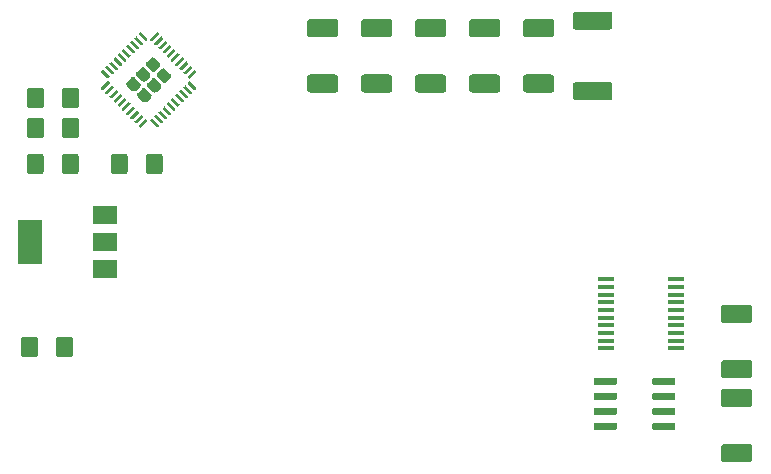
<source format=gbr>
G04 #@! TF.GenerationSoftware,KiCad,Pcbnew,(5.0.0)*
G04 #@! TF.CreationDate,2019-11-15T12:31:30-05:00*
G04 #@! TF.ProjectId,PCB_v2,5043425F76322E6B696361645F706362,rev?*
G04 #@! TF.SameCoordinates,Original*
G04 #@! TF.FileFunction,Paste,Top*
G04 #@! TF.FilePolarity,Positive*
%FSLAX46Y46*%
G04 Gerber Fmt 4.6, Leading zero omitted, Abs format (unit mm)*
G04 Created by KiCad (PCBNEW (5.0.0)) date 11/15/19 12:31:30*
%MOMM*%
%LPD*%
G01*
G04 APERTURE LIST*
%ADD10C,0.100000*%
%ADD11C,1.525000*%
%ADD12C,1.425000*%
%ADD13C,0.950000*%
%ADD14C,0.250000*%
%ADD15R,1.450000X0.450000*%
%ADD16C,0.600000*%
%ADD17R,2.000000X3.800000*%
%ADD18R,2.000000X1.500000*%
G04 APERTURE END LIST*
D10*
G04 #@! TO.C,R6*
G36*
X176201505Y-73346204D02*
X176225773Y-73349804D01*
X176249572Y-73355765D01*
X176272671Y-73364030D01*
X176294850Y-73374520D01*
X176315893Y-73387132D01*
X176335599Y-73401747D01*
X176353777Y-73418223D01*
X176370253Y-73436401D01*
X176384868Y-73456107D01*
X176397480Y-73477150D01*
X176407970Y-73499329D01*
X176416235Y-73522428D01*
X176422196Y-73546227D01*
X176425796Y-73570495D01*
X176427000Y-73594999D01*
X176427000Y-74620001D01*
X176425796Y-74644505D01*
X176422196Y-74668773D01*
X176416235Y-74692572D01*
X176407970Y-74715671D01*
X176397480Y-74737850D01*
X176384868Y-74758893D01*
X176370253Y-74778599D01*
X176353777Y-74796777D01*
X176335599Y-74813253D01*
X176315893Y-74827868D01*
X176294850Y-74840480D01*
X176272671Y-74850970D01*
X176249572Y-74859235D01*
X176225773Y-74865196D01*
X176201505Y-74868796D01*
X176177001Y-74870000D01*
X173326999Y-74870000D01*
X173302495Y-74868796D01*
X173278227Y-74865196D01*
X173254428Y-74859235D01*
X173231329Y-74850970D01*
X173209150Y-74840480D01*
X173188107Y-74827868D01*
X173168401Y-74813253D01*
X173150223Y-74796777D01*
X173133747Y-74778599D01*
X173119132Y-74758893D01*
X173106520Y-74737850D01*
X173096030Y-74715671D01*
X173087765Y-74692572D01*
X173081804Y-74668773D01*
X173078204Y-74644505D01*
X173077000Y-74620001D01*
X173077000Y-73594999D01*
X173078204Y-73570495D01*
X173081804Y-73546227D01*
X173087765Y-73522428D01*
X173096030Y-73499329D01*
X173106520Y-73477150D01*
X173119132Y-73456107D01*
X173133747Y-73436401D01*
X173150223Y-73418223D01*
X173168401Y-73401747D01*
X173188107Y-73387132D01*
X173209150Y-73374520D01*
X173231329Y-73364030D01*
X173254428Y-73355765D01*
X173278227Y-73349804D01*
X173302495Y-73346204D01*
X173326999Y-73345000D01*
X176177001Y-73345000D01*
X176201505Y-73346204D01*
X176201505Y-73346204D01*
G37*
D11*
X174752000Y-74107500D03*
D10*
G36*
X176201505Y-67371204D02*
X176225773Y-67374804D01*
X176249572Y-67380765D01*
X176272671Y-67389030D01*
X176294850Y-67399520D01*
X176315893Y-67412132D01*
X176335599Y-67426747D01*
X176353777Y-67443223D01*
X176370253Y-67461401D01*
X176384868Y-67481107D01*
X176397480Y-67502150D01*
X176407970Y-67524329D01*
X176416235Y-67547428D01*
X176422196Y-67571227D01*
X176425796Y-67595495D01*
X176427000Y-67619999D01*
X176427000Y-68645001D01*
X176425796Y-68669505D01*
X176422196Y-68693773D01*
X176416235Y-68717572D01*
X176407970Y-68740671D01*
X176397480Y-68762850D01*
X176384868Y-68783893D01*
X176370253Y-68803599D01*
X176353777Y-68821777D01*
X176335599Y-68838253D01*
X176315893Y-68852868D01*
X176294850Y-68865480D01*
X176272671Y-68875970D01*
X176249572Y-68884235D01*
X176225773Y-68890196D01*
X176201505Y-68893796D01*
X176177001Y-68895000D01*
X173326999Y-68895000D01*
X173302495Y-68893796D01*
X173278227Y-68890196D01*
X173254428Y-68884235D01*
X173231329Y-68875970D01*
X173209150Y-68865480D01*
X173188107Y-68852868D01*
X173168401Y-68838253D01*
X173150223Y-68821777D01*
X173133747Y-68803599D01*
X173119132Y-68783893D01*
X173106520Y-68762850D01*
X173096030Y-68740671D01*
X173087765Y-68717572D01*
X173081804Y-68693773D01*
X173078204Y-68669505D01*
X173077000Y-68645001D01*
X173077000Y-67619999D01*
X173078204Y-67595495D01*
X173081804Y-67571227D01*
X173087765Y-67547428D01*
X173096030Y-67524329D01*
X173106520Y-67502150D01*
X173119132Y-67481107D01*
X173133747Y-67461401D01*
X173150223Y-67443223D01*
X173168401Y-67426747D01*
X173188107Y-67412132D01*
X173209150Y-67399520D01*
X173231329Y-67389030D01*
X173254428Y-67380765D01*
X173278227Y-67374804D01*
X173302495Y-67371204D01*
X173326999Y-67370000D01*
X176177001Y-67370000D01*
X176201505Y-67371204D01*
X176201505Y-67371204D01*
G37*
D11*
X174752000Y-68132500D03*
G04 #@! TD*
D10*
G04 #@! TO.C,R1*
G36*
X152991505Y-72696204D02*
X153015773Y-72699804D01*
X153039572Y-72705765D01*
X153062671Y-72714030D01*
X153084850Y-72724520D01*
X153105893Y-72737132D01*
X153125599Y-72751747D01*
X153143777Y-72768223D01*
X153160253Y-72786401D01*
X153174868Y-72806107D01*
X153187480Y-72827150D01*
X153197970Y-72849329D01*
X153206235Y-72872428D01*
X153212196Y-72896227D01*
X153215796Y-72920495D01*
X153217000Y-72944999D01*
X153217000Y-73970001D01*
X153215796Y-73994505D01*
X153212196Y-74018773D01*
X153206235Y-74042572D01*
X153197970Y-74065671D01*
X153187480Y-74087850D01*
X153174868Y-74108893D01*
X153160253Y-74128599D01*
X153143777Y-74146777D01*
X153125599Y-74163253D01*
X153105893Y-74177868D01*
X153084850Y-74190480D01*
X153062671Y-74200970D01*
X153039572Y-74209235D01*
X153015773Y-74215196D01*
X152991505Y-74218796D01*
X152967001Y-74220000D01*
X150816999Y-74220000D01*
X150792495Y-74218796D01*
X150768227Y-74215196D01*
X150744428Y-74209235D01*
X150721329Y-74200970D01*
X150699150Y-74190480D01*
X150678107Y-74177868D01*
X150658401Y-74163253D01*
X150640223Y-74146777D01*
X150623747Y-74128599D01*
X150609132Y-74108893D01*
X150596520Y-74087850D01*
X150586030Y-74065671D01*
X150577765Y-74042572D01*
X150571804Y-74018773D01*
X150568204Y-73994505D01*
X150567000Y-73970001D01*
X150567000Y-72944999D01*
X150568204Y-72920495D01*
X150571804Y-72896227D01*
X150577765Y-72872428D01*
X150586030Y-72849329D01*
X150596520Y-72827150D01*
X150609132Y-72806107D01*
X150623747Y-72786401D01*
X150640223Y-72768223D01*
X150658401Y-72751747D01*
X150678107Y-72737132D01*
X150699150Y-72724520D01*
X150721329Y-72714030D01*
X150744428Y-72705765D01*
X150768227Y-72699804D01*
X150792495Y-72696204D01*
X150816999Y-72695000D01*
X152967001Y-72695000D01*
X152991505Y-72696204D01*
X152991505Y-72696204D01*
G37*
D11*
X151892000Y-73457500D03*
D10*
G36*
X152991505Y-68021204D02*
X153015773Y-68024804D01*
X153039572Y-68030765D01*
X153062671Y-68039030D01*
X153084850Y-68049520D01*
X153105893Y-68062132D01*
X153125599Y-68076747D01*
X153143777Y-68093223D01*
X153160253Y-68111401D01*
X153174868Y-68131107D01*
X153187480Y-68152150D01*
X153197970Y-68174329D01*
X153206235Y-68197428D01*
X153212196Y-68221227D01*
X153215796Y-68245495D01*
X153217000Y-68269999D01*
X153217000Y-69295001D01*
X153215796Y-69319505D01*
X153212196Y-69343773D01*
X153206235Y-69367572D01*
X153197970Y-69390671D01*
X153187480Y-69412850D01*
X153174868Y-69433893D01*
X153160253Y-69453599D01*
X153143777Y-69471777D01*
X153125599Y-69488253D01*
X153105893Y-69502868D01*
X153084850Y-69515480D01*
X153062671Y-69525970D01*
X153039572Y-69534235D01*
X153015773Y-69540196D01*
X152991505Y-69543796D01*
X152967001Y-69545000D01*
X150816999Y-69545000D01*
X150792495Y-69543796D01*
X150768227Y-69540196D01*
X150744428Y-69534235D01*
X150721329Y-69525970D01*
X150699150Y-69515480D01*
X150678107Y-69502868D01*
X150658401Y-69488253D01*
X150640223Y-69471777D01*
X150623747Y-69453599D01*
X150609132Y-69433893D01*
X150596520Y-69412850D01*
X150586030Y-69390671D01*
X150577765Y-69367572D01*
X150571804Y-69343773D01*
X150568204Y-69319505D01*
X150567000Y-69295001D01*
X150567000Y-68269999D01*
X150568204Y-68245495D01*
X150571804Y-68221227D01*
X150577765Y-68197428D01*
X150586030Y-68174329D01*
X150596520Y-68152150D01*
X150609132Y-68131107D01*
X150623747Y-68111401D01*
X150640223Y-68093223D01*
X150658401Y-68076747D01*
X150678107Y-68062132D01*
X150699150Y-68049520D01*
X150721329Y-68039030D01*
X150744428Y-68030765D01*
X150768227Y-68024804D01*
X150792495Y-68021204D01*
X150816999Y-68020000D01*
X152967001Y-68020000D01*
X152991505Y-68021204D01*
X152991505Y-68021204D01*
G37*
D11*
X151892000Y-68782500D03*
G04 #@! TD*
D10*
G04 #@! TO.C,C1*
G36*
X130535004Y-94884204D02*
X130559273Y-94887804D01*
X130583071Y-94893765D01*
X130606171Y-94902030D01*
X130628349Y-94912520D01*
X130649393Y-94925133D01*
X130669098Y-94939747D01*
X130687277Y-94956223D01*
X130703753Y-94974402D01*
X130718367Y-94994107D01*
X130730980Y-95015151D01*
X130741470Y-95037329D01*
X130749735Y-95060429D01*
X130755696Y-95084227D01*
X130759296Y-95108496D01*
X130760500Y-95133000D01*
X130760500Y-96383000D01*
X130759296Y-96407504D01*
X130755696Y-96431773D01*
X130749735Y-96455571D01*
X130741470Y-96478671D01*
X130730980Y-96500849D01*
X130718367Y-96521893D01*
X130703753Y-96541598D01*
X130687277Y-96559777D01*
X130669098Y-96576253D01*
X130649393Y-96590867D01*
X130628349Y-96603480D01*
X130606171Y-96613970D01*
X130583071Y-96622235D01*
X130559273Y-96628196D01*
X130535004Y-96631796D01*
X130510500Y-96633000D01*
X129585500Y-96633000D01*
X129560996Y-96631796D01*
X129536727Y-96628196D01*
X129512929Y-96622235D01*
X129489829Y-96613970D01*
X129467651Y-96603480D01*
X129446607Y-96590867D01*
X129426902Y-96576253D01*
X129408723Y-96559777D01*
X129392247Y-96541598D01*
X129377633Y-96521893D01*
X129365020Y-96500849D01*
X129354530Y-96478671D01*
X129346265Y-96455571D01*
X129340304Y-96431773D01*
X129336704Y-96407504D01*
X129335500Y-96383000D01*
X129335500Y-95133000D01*
X129336704Y-95108496D01*
X129340304Y-95084227D01*
X129346265Y-95060429D01*
X129354530Y-95037329D01*
X129365020Y-95015151D01*
X129377633Y-94994107D01*
X129392247Y-94974402D01*
X129408723Y-94956223D01*
X129426902Y-94939747D01*
X129446607Y-94925133D01*
X129467651Y-94912520D01*
X129489829Y-94902030D01*
X129512929Y-94893765D01*
X129536727Y-94887804D01*
X129560996Y-94884204D01*
X129585500Y-94883000D01*
X130510500Y-94883000D01*
X130535004Y-94884204D01*
X130535004Y-94884204D01*
G37*
D12*
X130048000Y-95758000D03*
D10*
G36*
X127560004Y-94884204D02*
X127584273Y-94887804D01*
X127608071Y-94893765D01*
X127631171Y-94902030D01*
X127653349Y-94912520D01*
X127674393Y-94925133D01*
X127694098Y-94939747D01*
X127712277Y-94956223D01*
X127728753Y-94974402D01*
X127743367Y-94994107D01*
X127755980Y-95015151D01*
X127766470Y-95037329D01*
X127774735Y-95060429D01*
X127780696Y-95084227D01*
X127784296Y-95108496D01*
X127785500Y-95133000D01*
X127785500Y-96383000D01*
X127784296Y-96407504D01*
X127780696Y-96431773D01*
X127774735Y-96455571D01*
X127766470Y-96478671D01*
X127755980Y-96500849D01*
X127743367Y-96521893D01*
X127728753Y-96541598D01*
X127712277Y-96559777D01*
X127694098Y-96576253D01*
X127674393Y-96590867D01*
X127653349Y-96603480D01*
X127631171Y-96613970D01*
X127608071Y-96622235D01*
X127584273Y-96628196D01*
X127560004Y-96631796D01*
X127535500Y-96633000D01*
X126610500Y-96633000D01*
X126585996Y-96631796D01*
X126561727Y-96628196D01*
X126537929Y-96622235D01*
X126514829Y-96613970D01*
X126492651Y-96603480D01*
X126471607Y-96590867D01*
X126451902Y-96576253D01*
X126433723Y-96559777D01*
X126417247Y-96541598D01*
X126402633Y-96521893D01*
X126390020Y-96500849D01*
X126379530Y-96478671D01*
X126371265Y-96455571D01*
X126365304Y-96431773D01*
X126361704Y-96407504D01*
X126360500Y-96383000D01*
X126360500Y-95133000D01*
X126361704Y-95108496D01*
X126365304Y-95084227D01*
X126371265Y-95060429D01*
X126379530Y-95037329D01*
X126390020Y-95015151D01*
X126402633Y-94994107D01*
X126417247Y-94974402D01*
X126433723Y-94956223D01*
X126451902Y-94939747D01*
X126471607Y-94925133D01*
X126492651Y-94912520D01*
X126514829Y-94902030D01*
X126537929Y-94893765D01*
X126561727Y-94887804D01*
X126585996Y-94884204D01*
X126610500Y-94883000D01*
X127535500Y-94883000D01*
X127560004Y-94884204D01*
X127560004Y-94884204D01*
G37*
D12*
X127073000Y-95758000D03*
G04 #@! TD*
D10*
G04 #@! TO.C,C3*
G36*
X138118504Y-79390204D02*
X138142773Y-79393804D01*
X138166571Y-79399765D01*
X138189671Y-79408030D01*
X138211849Y-79418520D01*
X138232893Y-79431133D01*
X138252598Y-79445747D01*
X138270777Y-79462223D01*
X138287253Y-79480402D01*
X138301867Y-79500107D01*
X138314480Y-79521151D01*
X138324970Y-79543329D01*
X138333235Y-79566429D01*
X138339196Y-79590227D01*
X138342796Y-79614496D01*
X138344000Y-79639000D01*
X138344000Y-80889000D01*
X138342796Y-80913504D01*
X138339196Y-80937773D01*
X138333235Y-80961571D01*
X138324970Y-80984671D01*
X138314480Y-81006849D01*
X138301867Y-81027893D01*
X138287253Y-81047598D01*
X138270777Y-81065777D01*
X138252598Y-81082253D01*
X138232893Y-81096867D01*
X138211849Y-81109480D01*
X138189671Y-81119970D01*
X138166571Y-81128235D01*
X138142773Y-81134196D01*
X138118504Y-81137796D01*
X138094000Y-81139000D01*
X137169000Y-81139000D01*
X137144496Y-81137796D01*
X137120227Y-81134196D01*
X137096429Y-81128235D01*
X137073329Y-81119970D01*
X137051151Y-81109480D01*
X137030107Y-81096867D01*
X137010402Y-81082253D01*
X136992223Y-81065777D01*
X136975747Y-81047598D01*
X136961133Y-81027893D01*
X136948520Y-81006849D01*
X136938030Y-80984671D01*
X136929765Y-80961571D01*
X136923804Y-80937773D01*
X136920204Y-80913504D01*
X136919000Y-80889000D01*
X136919000Y-79639000D01*
X136920204Y-79614496D01*
X136923804Y-79590227D01*
X136929765Y-79566429D01*
X136938030Y-79543329D01*
X136948520Y-79521151D01*
X136961133Y-79500107D01*
X136975747Y-79480402D01*
X136992223Y-79462223D01*
X137010402Y-79445747D01*
X137030107Y-79431133D01*
X137051151Y-79418520D01*
X137073329Y-79408030D01*
X137096429Y-79399765D01*
X137120227Y-79393804D01*
X137144496Y-79390204D01*
X137169000Y-79389000D01*
X138094000Y-79389000D01*
X138118504Y-79390204D01*
X138118504Y-79390204D01*
G37*
D12*
X137631500Y-80264000D03*
D10*
G36*
X135143504Y-79390204D02*
X135167773Y-79393804D01*
X135191571Y-79399765D01*
X135214671Y-79408030D01*
X135236849Y-79418520D01*
X135257893Y-79431133D01*
X135277598Y-79445747D01*
X135295777Y-79462223D01*
X135312253Y-79480402D01*
X135326867Y-79500107D01*
X135339480Y-79521151D01*
X135349970Y-79543329D01*
X135358235Y-79566429D01*
X135364196Y-79590227D01*
X135367796Y-79614496D01*
X135369000Y-79639000D01*
X135369000Y-80889000D01*
X135367796Y-80913504D01*
X135364196Y-80937773D01*
X135358235Y-80961571D01*
X135349970Y-80984671D01*
X135339480Y-81006849D01*
X135326867Y-81027893D01*
X135312253Y-81047598D01*
X135295777Y-81065777D01*
X135277598Y-81082253D01*
X135257893Y-81096867D01*
X135236849Y-81109480D01*
X135214671Y-81119970D01*
X135191571Y-81128235D01*
X135167773Y-81134196D01*
X135143504Y-81137796D01*
X135119000Y-81139000D01*
X134194000Y-81139000D01*
X134169496Y-81137796D01*
X134145227Y-81134196D01*
X134121429Y-81128235D01*
X134098329Y-81119970D01*
X134076151Y-81109480D01*
X134055107Y-81096867D01*
X134035402Y-81082253D01*
X134017223Y-81065777D01*
X134000747Y-81047598D01*
X133986133Y-81027893D01*
X133973520Y-81006849D01*
X133963030Y-80984671D01*
X133954765Y-80961571D01*
X133948804Y-80937773D01*
X133945204Y-80913504D01*
X133944000Y-80889000D01*
X133944000Y-79639000D01*
X133945204Y-79614496D01*
X133948804Y-79590227D01*
X133954765Y-79566429D01*
X133963030Y-79543329D01*
X133973520Y-79521151D01*
X133986133Y-79500107D01*
X134000747Y-79480402D01*
X134017223Y-79462223D01*
X134035402Y-79445747D01*
X134055107Y-79431133D01*
X134076151Y-79418520D01*
X134098329Y-79408030D01*
X134121429Y-79399765D01*
X134145227Y-79393804D01*
X134169496Y-79390204D01*
X134194000Y-79389000D01*
X135119000Y-79389000D01*
X135143504Y-79390204D01*
X135143504Y-79390204D01*
G37*
D12*
X134656500Y-80264000D03*
G04 #@! TD*
D10*
G04 #@! TO.C,C4*
G36*
X128068004Y-76342204D02*
X128092273Y-76345804D01*
X128116071Y-76351765D01*
X128139171Y-76360030D01*
X128161349Y-76370520D01*
X128182393Y-76383133D01*
X128202098Y-76397747D01*
X128220277Y-76414223D01*
X128236753Y-76432402D01*
X128251367Y-76452107D01*
X128263980Y-76473151D01*
X128274470Y-76495329D01*
X128282735Y-76518429D01*
X128288696Y-76542227D01*
X128292296Y-76566496D01*
X128293500Y-76591000D01*
X128293500Y-77841000D01*
X128292296Y-77865504D01*
X128288696Y-77889773D01*
X128282735Y-77913571D01*
X128274470Y-77936671D01*
X128263980Y-77958849D01*
X128251367Y-77979893D01*
X128236753Y-77999598D01*
X128220277Y-78017777D01*
X128202098Y-78034253D01*
X128182393Y-78048867D01*
X128161349Y-78061480D01*
X128139171Y-78071970D01*
X128116071Y-78080235D01*
X128092273Y-78086196D01*
X128068004Y-78089796D01*
X128043500Y-78091000D01*
X127118500Y-78091000D01*
X127093996Y-78089796D01*
X127069727Y-78086196D01*
X127045929Y-78080235D01*
X127022829Y-78071970D01*
X127000651Y-78061480D01*
X126979607Y-78048867D01*
X126959902Y-78034253D01*
X126941723Y-78017777D01*
X126925247Y-77999598D01*
X126910633Y-77979893D01*
X126898020Y-77958849D01*
X126887530Y-77936671D01*
X126879265Y-77913571D01*
X126873304Y-77889773D01*
X126869704Y-77865504D01*
X126868500Y-77841000D01*
X126868500Y-76591000D01*
X126869704Y-76566496D01*
X126873304Y-76542227D01*
X126879265Y-76518429D01*
X126887530Y-76495329D01*
X126898020Y-76473151D01*
X126910633Y-76452107D01*
X126925247Y-76432402D01*
X126941723Y-76414223D01*
X126959902Y-76397747D01*
X126979607Y-76383133D01*
X127000651Y-76370520D01*
X127022829Y-76360030D01*
X127045929Y-76351765D01*
X127069727Y-76345804D01*
X127093996Y-76342204D01*
X127118500Y-76341000D01*
X128043500Y-76341000D01*
X128068004Y-76342204D01*
X128068004Y-76342204D01*
G37*
D12*
X127581000Y-77216000D03*
D10*
G36*
X131043004Y-76342204D02*
X131067273Y-76345804D01*
X131091071Y-76351765D01*
X131114171Y-76360030D01*
X131136349Y-76370520D01*
X131157393Y-76383133D01*
X131177098Y-76397747D01*
X131195277Y-76414223D01*
X131211753Y-76432402D01*
X131226367Y-76452107D01*
X131238980Y-76473151D01*
X131249470Y-76495329D01*
X131257735Y-76518429D01*
X131263696Y-76542227D01*
X131267296Y-76566496D01*
X131268500Y-76591000D01*
X131268500Y-77841000D01*
X131267296Y-77865504D01*
X131263696Y-77889773D01*
X131257735Y-77913571D01*
X131249470Y-77936671D01*
X131238980Y-77958849D01*
X131226367Y-77979893D01*
X131211753Y-77999598D01*
X131195277Y-78017777D01*
X131177098Y-78034253D01*
X131157393Y-78048867D01*
X131136349Y-78061480D01*
X131114171Y-78071970D01*
X131091071Y-78080235D01*
X131067273Y-78086196D01*
X131043004Y-78089796D01*
X131018500Y-78091000D01*
X130093500Y-78091000D01*
X130068996Y-78089796D01*
X130044727Y-78086196D01*
X130020929Y-78080235D01*
X129997829Y-78071970D01*
X129975651Y-78061480D01*
X129954607Y-78048867D01*
X129934902Y-78034253D01*
X129916723Y-78017777D01*
X129900247Y-77999598D01*
X129885633Y-77979893D01*
X129873020Y-77958849D01*
X129862530Y-77936671D01*
X129854265Y-77913571D01*
X129848304Y-77889773D01*
X129844704Y-77865504D01*
X129843500Y-77841000D01*
X129843500Y-76591000D01*
X129844704Y-76566496D01*
X129848304Y-76542227D01*
X129854265Y-76518429D01*
X129862530Y-76495329D01*
X129873020Y-76473151D01*
X129885633Y-76452107D01*
X129900247Y-76432402D01*
X129916723Y-76414223D01*
X129934902Y-76397747D01*
X129954607Y-76383133D01*
X129975651Y-76370520D01*
X129997829Y-76360030D01*
X130020929Y-76351765D01*
X130044727Y-76345804D01*
X130068996Y-76342204D01*
X130093500Y-76341000D01*
X131018500Y-76341000D01*
X131043004Y-76342204D01*
X131043004Y-76342204D01*
G37*
D12*
X130556000Y-77216000D03*
G04 #@! TD*
D10*
G04 #@! TO.C,C5*
G36*
X131006504Y-79390204D02*
X131030773Y-79393804D01*
X131054571Y-79399765D01*
X131077671Y-79408030D01*
X131099849Y-79418520D01*
X131120893Y-79431133D01*
X131140598Y-79445747D01*
X131158777Y-79462223D01*
X131175253Y-79480402D01*
X131189867Y-79500107D01*
X131202480Y-79521151D01*
X131212970Y-79543329D01*
X131221235Y-79566429D01*
X131227196Y-79590227D01*
X131230796Y-79614496D01*
X131232000Y-79639000D01*
X131232000Y-80889000D01*
X131230796Y-80913504D01*
X131227196Y-80937773D01*
X131221235Y-80961571D01*
X131212970Y-80984671D01*
X131202480Y-81006849D01*
X131189867Y-81027893D01*
X131175253Y-81047598D01*
X131158777Y-81065777D01*
X131140598Y-81082253D01*
X131120893Y-81096867D01*
X131099849Y-81109480D01*
X131077671Y-81119970D01*
X131054571Y-81128235D01*
X131030773Y-81134196D01*
X131006504Y-81137796D01*
X130982000Y-81139000D01*
X130057000Y-81139000D01*
X130032496Y-81137796D01*
X130008227Y-81134196D01*
X129984429Y-81128235D01*
X129961329Y-81119970D01*
X129939151Y-81109480D01*
X129918107Y-81096867D01*
X129898402Y-81082253D01*
X129880223Y-81065777D01*
X129863747Y-81047598D01*
X129849133Y-81027893D01*
X129836520Y-81006849D01*
X129826030Y-80984671D01*
X129817765Y-80961571D01*
X129811804Y-80937773D01*
X129808204Y-80913504D01*
X129807000Y-80889000D01*
X129807000Y-79639000D01*
X129808204Y-79614496D01*
X129811804Y-79590227D01*
X129817765Y-79566429D01*
X129826030Y-79543329D01*
X129836520Y-79521151D01*
X129849133Y-79500107D01*
X129863747Y-79480402D01*
X129880223Y-79462223D01*
X129898402Y-79445747D01*
X129918107Y-79431133D01*
X129939151Y-79418520D01*
X129961329Y-79408030D01*
X129984429Y-79399765D01*
X130008227Y-79393804D01*
X130032496Y-79390204D01*
X130057000Y-79389000D01*
X130982000Y-79389000D01*
X131006504Y-79390204D01*
X131006504Y-79390204D01*
G37*
D12*
X130519500Y-80264000D03*
D10*
G36*
X128031504Y-79390204D02*
X128055773Y-79393804D01*
X128079571Y-79399765D01*
X128102671Y-79408030D01*
X128124849Y-79418520D01*
X128145893Y-79431133D01*
X128165598Y-79445747D01*
X128183777Y-79462223D01*
X128200253Y-79480402D01*
X128214867Y-79500107D01*
X128227480Y-79521151D01*
X128237970Y-79543329D01*
X128246235Y-79566429D01*
X128252196Y-79590227D01*
X128255796Y-79614496D01*
X128257000Y-79639000D01*
X128257000Y-80889000D01*
X128255796Y-80913504D01*
X128252196Y-80937773D01*
X128246235Y-80961571D01*
X128237970Y-80984671D01*
X128227480Y-81006849D01*
X128214867Y-81027893D01*
X128200253Y-81047598D01*
X128183777Y-81065777D01*
X128165598Y-81082253D01*
X128145893Y-81096867D01*
X128124849Y-81109480D01*
X128102671Y-81119970D01*
X128079571Y-81128235D01*
X128055773Y-81134196D01*
X128031504Y-81137796D01*
X128007000Y-81139000D01*
X127082000Y-81139000D01*
X127057496Y-81137796D01*
X127033227Y-81134196D01*
X127009429Y-81128235D01*
X126986329Y-81119970D01*
X126964151Y-81109480D01*
X126943107Y-81096867D01*
X126923402Y-81082253D01*
X126905223Y-81065777D01*
X126888747Y-81047598D01*
X126874133Y-81027893D01*
X126861520Y-81006849D01*
X126851030Y-80984671D01*
X126842765Y-80961571D01*
X126836804Y-80937773D01*
X126833204Y-80913504D01*
X126832000Y-80889000D01*
X126832000Y-79639000D01*
X126833204Y-79614496D01*
X126836804Y-79590227D01*
X126842765Y-79566429D01*
X126851030Y-79543329D01*
X126861520Y-79521151D01*
X126874133Y-79500107D01*
X126888747Y-79480402D01*
X126905223Y-79462223D01*
X126923402Y-79445747D01*
X126943107Y-79431133D01*
X126964151Y-79418520D01*
X126986329Y-79408030D01*
X127009429Y-79399765D01*
X127033227Y-79393804D01*
X127057496Y-79390204D01*
X127082000Y-79389000D01*
X128007000Y-79389000D01*
X128031504Y-79390204D01*
X128031504Y-79390204D01*
G37*
D12*
X127544500Y-80264000D03*
G04 #@! TD*
D10*
G04 #@! TO.C,C6*
G36*
X128068004Y-73802204D02*
X128092273Y-73805804D01*
X128116071Y-73811765D01*
X128139171Y-73820030D01*
X128161349Y-73830520D01*
X128182393Y-73843133D01*
X128202098Y-73857747D01*
X128220277Y-73874223D01*
X128236753Y-73892402D01*
X128251367Y-73912107D01*
X128263980Y-73933151D01*
X128274470Y-73955329D01*
X128282735Y-73978429D01*
X128288696Y-74002227D01*
X128292296Y-74026496D01*
X128293500Y-74051000D01*
X128293500Y-75301000D01*
X128292296Y-75325504D01*
X128288696Y-75349773D01*
X128282735Y-75373571D01*
X128274470Y-75396671D01*
X128263980Y-75418849D01*
X128251367Y-75439893D01*
X128236753Y-75459598D01*
X128220277Y-75477777D01*
X128202098Y-75494253D01*
X128182393Y-75508867D01*
X128161349Y-75521480D01*
X128139171Y-75531970D01*
X128116071Y-75540235D01*
X128092273Y-75546196D01*
X128068004Y-75549796D01*
X128043500Y-75551000D01*
X127118500Y-75551000D01*
X127093996Y-75549796D01*
X127069727Y-75546196D01*
X127045929Y-75540235D01*
X127022829Y-75531970D01*
X127000651Y-75521480D01*
X126979607Y-75508867D01*
X126959902Y-75494253D01*
X126941723Y-75477777D01*
X126925247Y-75459598D01*
X126910633Y-75439893D01*
X126898020Y-75418849D01*
X126887530Y-75396671D01*
X126879265Y-75373571D01*
X126873304Y-75349773D01*
X126869704Y-75325504D01*
X126868500Y-75301000D01*
X126868500Y-74051000D01*
X126869704Y-74026496D01*
X126873304Y-74002227D01*
X126879265Y-73978429D01*
X126887530Y-73955329D01*
X126898020Y-73933151D01*
X126910633Y-73912107D01*
X126925247Y-73892402D01*
X126941723Y-73874223D01*
X126959902Y-73857747D01*
X126979607Y-73843133D01*
X127000651Y-73830520D01*
X127022829Y-73820030D01*
X127045929Y-73811765D01*
X127069727Y-73805804D01*
X127093996Y-73802204D01*
X127118500Y-73801000D01*
X128043500Y-73801000D01*
X128068004Y-73802204D01*
X128068004Y-73802204D01*
G37*
D12*
X127581000Y-74676000D03*
D10*
G36*
X131043004Y-73802204D02*
X131067273Y-73805804D01*
X131091071Y-73811765D01*
X131114171Y-73820030D01*
X131136349Y-73830520D01*
X131157393Y-73843133D01*
X131177098Y-73857747D01*
X131195277Y-73874223D01*
X131211753Y-73892402D01*
X131226367Y-73912107D01*
X131238980Y-73933151D01*
X131249470Y-73955329D01*
X131257735Y-73978429D01*
X131263696Y-74002227D01*
X131267296Y-74026496D01*
X131268500Y-74051000D01*
X131268500Y-75301000D01*
X131267296Y-75325504D01*
X131263696Y-75349773D01*
X131257735Y-75373571D01*
X131249470Y-75396671D01*
X131238980Y-75418849D01*
X131226367Y-75439893D01*
X131211753Y-75459598D01*
X131195277Y-75477777D01*
X131177098Y-75494253D01*
X131157393Y-75508867D01*
X131136349Y-75521480D01*
X131114171Y-75531970D01*
X131091071Y-75540235D01*
X131067273Y-75546196D01*
X131043004Y-75549796D01*
X131018500Y-75551000D01*
X130093500Y-75551000D01*
X130068996Y-75549796D01*
X130044727Y-75546196D01*
X130020929Y-75540235D01*
X129997829Y-75531970D01*
X129975651Y-75521480D01*
X129954607Y-75508867D01*
X129934902Y-75494253D01*
X129916723Y-75477777D01*
X129900247Y-75459598D01*
X129885633Y-75439893D01*
X129873020Y-75418849D01*
X129862530Y-75396671D01*
X129854265Y-75373571D01*
X129848304Y-75349773D01*
X129844704Y-75325504D01*
X129843500Y-75301000D01*
X129843500Y-74051000D01*
X129844704Y-74026496D01*
X129848304Y-74002227D01*
X129854265Y-73978429D01*
X129862530Y-73955329D01*
X129873020Y-73933151D01*
X129885633Y-73912107D01*
X129900247Y-73892402D01*
X129916723Y-73874223D01*
X129934902Y-73857747D01*
X129954607Y-73843133D01*
X129975651Y-73830520D01*
X129997829Y-73820030D01*
X130020929Y-73811765D01*
X130044727Y-73805804D01*
X130068996Y-73802204D01*
X130093500Y-73801000D01*
X131018500Y-73801000D01*
X131043004Y-73802204D01*
X131043004Y-73802204D01*
G37*
D12*
X130556000Y-74676000D03*
G04 #@! TD*
D10*
G04 #@! TO.C,R2*
G36*
X157563505Y-68021204D02*
X157587773Y-68024804D01*
X157611572Y-68030765D01*
X157634671Y-68039030D01*
X157656850Y-68049520D01*
X157677893Y-68062132D01*
X157697599Y-68076747D01*
X157715777Y-68093223D01*
X157732253Y-68111401D01*
X157746868Y-68131107D01*
X157759480Y-68152150D01*
X157769970Y-68174329D01*
X157778235Y-68197428D01*
X157784196Y-68221227D01*
X157787796Y-68245495D01*
X157789000Y-68269999D01*
X157789000Y-69295001D01*
X157787796Y-69319505D01*
X157784196Y-69343773D01*
X157778235Y-69367572D01*
X157769970Y-69390671D01*
X157759480Y-69412850D01*
X157746868Y-69433893D01*
X157732253Y-69453599D01*
X157715777Y-69471777D01*
X157697599Y-69488253D01*
X157677893Y-69502868D01*
X157656850Y-69515480D01*
X157634671Y-69525970D01*
X157611572Y-69534235D01*
X157587773Y-69540196D01*
X157563505Y-69543796D01*
X157539001Y-69545000D01*
X155388999Y-69545000D01*
X155364495Y-69543796D01*
X155340227Y-69540196D01*
X155316428Y-69534235D01*
X155293329Y-69525970D01*
X155271150Y-69515480D01*
X155250107Y-69502868D01*
X155230401Y-69488253D01*
X155212223Y-69471777D01*
X155195747Y-69453599D01*
X155181132Y-69433893D01*
X155168520Y-69412850D01*
X155158030Y-69390671D01*
X155149765Y-69367572D01*
X155143804Y-69343773D01*
X155140204Y-69319505D01*
X155139000Y-69295001D01*
X155139000Y-68269999D01*
X155140204Y-68245495D01*
X155143804Y-68221227D01*
X155149765Y-68197428D01*
X155158030Y-68174329D01*
X155168520Y-68152150D01*
X155181132Y-68131107D01*
X155195747Y-68111401D01*
X155212223Y-68093223D01*
X155230401Y-68076747D01*
X155250107Y-68062132D01*
X155271150Y-68049520D01*
X155293329Y-68039030D01*
X155316428Y-68030765D01*
X155340227Y-68024804D01*
X155364495Y-68021204D01*
X155388999Y-68020000D01*
X157539001Y-68020000D01*
X157563505Y-68021204D01*
X157563505Y-68021204D01*
G37*
D11*
X156464000Y-68782500D03*
D10*
G36*
X157563505Y-72696204D02*
X157587773Y-72699804D01*
X157611572Y-72705765D01*
X157634671Y-72714030D01*
X157656850Y-72724520D01*
X157677893Y-72737132D01*
X157697599Y-72751747D01*
X157715777Y-72768223D01*
X157732253Y-72786401D01*
X157746868Y-72806107D01*
X157759480Y-72827150D01*
X157769970Y-72849329D01*
X157778235Y-72872428D01*
X157784196Y-72896227D01*
X157787796Y-72920495D01*
X157789000Y-72944999D01*
X157789000Y-73970001D01*
X157787796Y-73994505D01*
X157784196Y-74018773D01*
X157778235Y-74042572D01*
X157769970Y-74065671D01*
X157759480Y-74087850D01*
X157746868Y-74108893D01*
X157732253Y-74128599D01*
X157715777Y-74146777D01*
X157697599Y-74163253D01*
X157677893Y-74177868D01*
X157656850Y-74190480D01*
X157634671Y-74200970D01*
X157611572Y-74209235D01*
X157587773Y-74215196D01*
X157563505Y-74218796D01*
X157539001Y-74220000D01*
X155388999Y-74220000D01*
X155364495Y-74218796D01*
X155340227Y-74215196D01*
X155316428Y-74209235D01*
X155293329Y-74200970D01*
X155271150Y-74190480D01*
X155250107Y-74177868D01*
X155230401Y-74163253D01*
X155212223Y-74146777D01*
X155195747Y-74128599D01*
X155181132Y-74108893D01*
X155168520Y-74087850D01*
X155158030Y-74065671D01*
X155149765Y-74042572D01*
X155143804Y-74018773D01*
X155140204Y-73994505D01*
X155139000Y-73970001D01*
X155139000Y-72944999D01*
X155140204Y-72920495D01*
X155143804Y-72896227D01*
X155149765Y-72872428D01*
X155158030Y-72849329D01*
X155168520Y-72827150D01*
X155181132Y-72806107D01*
X155195747Y-72786401D01*
X155212223Y-72768223D01*
X155230401Y-72751747D01*
X155250107Y-72737132D01*
X155271150Y-72724520D01*
X155293329Y-72714030D01*
X155316428Y-72705765D01*
X155340227Y-72699804D01*
X155364495Y-72696204D01*
X155388999Y-72695000D01*
X157539001Y-72695000D01*
X157563505Y-72696204D01*
X157563505Y-72696204D01*
G37*
D11*
X156464000Y-73457500D03*
G04 #@! TD*
D10*
G04 #@! TO.C,R3*
G36*
X162135505Y-72696204D02*
X162159773Y-72699804D01*
X162183572Y-72705765D01*
X162206671Y-72714030D01*
X162228850Y-72724520D01*
X162249893Y-72737132D01*
X162269599Y-72751747D01*
X162287777Y-72768223D01*
X162304253Y-72786401D01*
X162318868Y-72806107D01*
X162331480Y-72827150D01*
X162341970Y-72849329D01*
X162350235Y-72872428D01*
X162356196Y-72896227D01*
X162359796Y-72920495D01*
X162361000Y-72944999D01*
X162361000Y-73970001D01*
X162359796Y-73994505D01*
X162356196Y-74018773D01*
X162350235Y-74042572D01*
X162341970Y-74065671D01*
X162331480Y-74087850D01*
X162318868Y-74108893D01*
X162304253Y-74128599D01*
X162287777Y-74146777D01*
X162269599Y-74163253D01*
X162249893Y-74177868D01*
X162228850Y-74190480D01*
X162206671Y-74200970D01*
X162183572Y-74209235D01*
X162159773Y-74215196D01*
X162135505Y-74218796D01*
X162111001Y-74220000D01*
X159960999Y-74220000D01*
X159936495Y-74218796D01*
X159912227Y-74215196D01*
X159888428Y-74209235D01*
X159865329Y-74200970D01*
X159843150Y-74190480D01*
X159822107Y-74177868D01*
X159802401Y-74163253D01*
X159784223Y-74146777D01*
X159767747Y-74128599D01*
X159753132Y-74108893D01*
X159740520Y-74087850D01*
X159730030Y-74065671D01*
X159721765Y-74042572D01*
X159715804Y-74018773D01*
X159712204Y-73994505D01*
X159711000Y-73970001D01*
X159711000Y-72944999D01*
X159712204Y-72920495D01*
X159715804Y-72896227D01*
X159721765Y-72872428D01*
X159730030Y-72849329D01*
X159740520Y-72827150D01*
X159753132Y-72806107D01*
X159767747Y-72786401D01*
X159784223Y-72768223D01*
X159802401Y-72751747D01*
X159822107Y-72737132D01*
X159843150Y-72724520D01*
X159865329Y-72714030D01*
X159888428Y-72705765D01*
X159912227Y-72699804D01*
X159936495Y-72696204D01*
X159960999Y-72695000D01*
X162111001Y-72695000D01*
X162135505Y-72696204D01*
X162135505Y-72696204D01*
G37*
D11*
X161036000Y-73457500D03*
D10*
G36*
X162135505Y-68021204D02*
X162159773Y-68024804D01*
X162183572Y-68030765D01*
X162206671Y-68039030D01*
X162228850Y-68049520D01*
X162249893Y-68062132D01*
X162269599Y-68076747D01*
X162287777Y-68093223D01*
X162304253Y-68111401D01*
X162318868Y-68131107D01*
X162331480Y-68152150D01*
X162341970Y-68174329D01*
X162350235Y-68197428D01*
X162356196Y-68221227D01*
X162359796Y-68245495D01*
X162361000Y-68269999D01*
X162361000Y-69295001D01*
X162359796Y-69319505D01*
X162356196Y-69343773D01*
X162350235Y-69367572D01*
X162341970Y-69390671D01*
X162331480Y-69412850D01*
X162318868Y-69433893D01*
X162304253Y-69453599D01*
X162287777Y-69471777D01*
X162269599Y-69488253D01*
X162249893Y-69502868D01*
X162228850Y-69515480D01*
X162206671Y-69525970D01*
X162183572Y-69534235D01*
X162159773Y-69540196D01*
X162135505Y-69543796D01*
X162111001Y-69545000D01*
X159960999Y-69545000D01*
X159936495Y-69543796D01*
X159912227Y-69540196D01*
X159888428Y-69534235D01*
X159865329Y-69525970D01*
X159843150Y-69515480D01*
X159822107Y-69502868D01*
X159802401Y-69488253D01*
X159784223Y-69471777D01*
X159767747Y-69453599D01*
X159753132Y-69433893D01*
X159740520Y-69412850D01*
X159730030Y-69390671D01*
X159721765Y-69367572D01*
X159715804Y-69343773D01*
X159712204Y-69319505D01*
X159711000Y-69295001D01*
X159711000Y-68269999D01*
X159712204Y-68245495D01*
X159715804Y-68221227D01*
X159721765Y-68197428D01*
X159730030Y-68174329D01*
X159740520Y-68152150D01*
X159753132Y-68131107D01*
X159767747Y-68111401D01*
X159784223Y-68093223D01*
X159802401Y-68076747D01*
X159822107Y-68062132D01*
X159843150Y-68049520D01*
X159865329Y-68039030D01*
X159888428Y-68030765D01*
X159912227Y-68024804D01*
X159936495Y-68021204D01*
X159960999Y-68020000D01*
X162111001Y-68020000D01*
X162135505Y-68021204D01*
X162135505Y-68021204D01*
G37*
D11*
X161036000Y-68782500D03*
G04 #@! TD*
D10*
G04 #@! TO.C,R4*
G36*
X166707505Y-72696204D02*
X166731773Y-72699804D01*
X166755572Y-72705765D01*
X166778671Y-72714030D01*
X166800850Y-72724520D01*
X166821893Y-72737132D01*
X166841599Y-72751747D01*
X166859777Y-72768223D01*
X166876253Y-72786401D01*
X166890868Y-72806107D01*
X166903480Y-72827150D01*
X166913970Y-72849329D01*
X166922235Y-72872428D01*
X166928196Y-72896227D01*
X166931796Y-72920495D01*
X166933000Y-72944999D01*
X166933000Y-73970001D01*
X166931796Y-73994505D01*
X166928196Y-74018773D01*
X166922235Y-74042572D01*
X166913970Y-74065671D01*
X166903480Y-74087850D01*
X166890868Y-74108893D01*
X166876253Y-74128599D01*
X166859777Y-74146777D01*
X166841599Y-74163253D01*
X166821893Y-74177868D01*
X166800850Y-74190480D01*
X166778671Y-74200970D01*
X166755572Y-74209235D01*
X166731773Y-74215196D01*
X166707505Y-74218796D01*
X166683001Y-74220000D01*
X164532999Y-74220000D01*
X164508495Y-74218796D01*
X164484227Y-74215196D01*
X164460428Y-74209235D01*
X164437329Y-74200970D01*
X164415150Y-74190480D01*
X164394107Y-74177868D01*
X164374401Y-74163253D01*
X164356223Y-74146777D01*
X164339747Y-74128599D01*
X164325132Y-74108893D01*
X164312520Y-74087850D01*
X164302030Y-74065671D01*
X164293765Y-74042572D01*
X164287804Y-74018773D01*
X164284204Y-73994505D01*
X164283000Y-73970001D01*
X164283000Y-72944999D01*
X164284204Y-72920495D01*
X164287804Y-72896227D01*
X164293765Y-72872428D01*
X164302030Y-72849329D01*
X164312520Y-72827150D01*
X164325132Y-72806107D01*
X164339747Y-72786401D01*
X164356223Y-72768223D01*
X164374401Y-72751747D01*
X164394107Y-72737132D01*
X164415150Y-72724520D01*
X164437329Y-72714030D01*
X164460428Y-72705765D01*
X164484227Y-72699804D01*
X164508495Y-72696204D01*
X164532999Y-72695000D01*
X166683001Y-72695000D01*
X166707505Y-72696204D01*
X166707505Y-72696204D01*
G37*
D11*
X165608000Y-73457500D03*
D10*
G36*
X166707505Y-68021204D02*
X166731773Y-68024804D01*
X166755572Y-68030765D01*
X166778671Y-68039030D01*
X166800850Y-68049520D01*
X166821893Y-68062132D01*
X166841599Y-68076747D01*
X166859777Y-68093223D01*
X166876253Y-68111401D01*
X166890868Y-68131107D01*
X166903480Y-68152150D01*
X166913970Y-68174329D01*
X166922235Y-68197428D01*
X166928196Y-68221227D01*
X166931796Y-68245495D01*
X166933000Y-68269999D01*
X166933000Y-69295001D01*
X166931796Y-69319505D01*
X166928196Y-69343773D01*
X166922235Y-69367572D01*
X166913970Y-69390671D01*
X166903480Y-69412850D01*
X166890868Y-69433893D01*
X166876253Y-69453599D01*
X166859777Y-69471777D01*
X166841599Y-69488253D01*
X166821893Y-69502868D01*
X166800850Y-69515480D01*
X166778671Y-69525970D01*
X166755572Y-69534235D01*
X166731773Y-69540196D01*
X166707505Y-69543796D01*
X166683001Y-69545000D01*
X164532999Y-69545000D01*
X164508495Y-69543796D01*
X164484227Y-69540196D01*
X164460428Y-69534235D01*
X164437329Y-69525970D01*
X164415150Y-69515480D01*
X164394107Y-69502868D01*
X164374401Y-69488253D01*
X164356223Y-69471777D01*
X164339747Y-69453599D01*
X164325132Y-69433893D01*
X164312520Y-69412850D01*
X164302030Y-69390671D01*
X164293765Y-69367572D01*
X164287804Y-69343773D01*
X164284204Y-69319505D01*
X164283000Y-69295001D01*
X164283000Y-68269999D01*
X164284204Y-68245495D01*
X164287804Y-68221227D01*
X164293765Y-68197428D01*
X164302030Y-68174329D01*
X164312520Y-68152150D01*
X164325132Y-68131107D01*
X164339747Y-68111401D01*
X164356223Y-68093223D01*
X164374401Y-68076747D01*
X164394107Y-68062132D01*
X164415150Y-68049520D01*
X164437329Y-68039030D01*
X164460428Y-68030765D01*
X164484227Y-68024804D01*
X164508495Y-68021204D01*
X164532999Y-68020000D01*
X166683001Y-68020000D01*
X166707505Y-68021204D01*
X166707505Y-68021204D01*
G37*
D11*
X165608000Y-68782500D03*
G04 #@! TD*
D10*
G04 #@! TO.C,R5*
G36*
X171279505Y-72696204D02*
X171303773Y-72699804D01*
X171327572Y-72705765D01*
X171350671Y-72714030D01*
X171372850Y-72724520D01*
X171393893Y-72737132D01*
X171413599Y-72751747D01*
X171431777Y-72768223D01*
X171448253Y-72786401D01*
X171462868Y-72806107D01*
X171475480Y-72827150D01*
X171485970Y-72849329D01*
X171494235Y-72872428D01*
X171500196Y-72896227D01*
X171503796Y-72920495D01*
X171505000Y-72944999D01*
X171505000Y-73970001D01*
X171503796Y-73994505D01*
X171500196Y-74018773D01*
X171494235Y-74042572D01*
X171485970Y-74065671D01*
X171475480Y-74087850D01*
X171462868Y-74108893D01*
X171448253Y-74128599D01*
X171431777Y-74146777D01*
X171413599Y-74163253D01*
X171393893Y-74177868D01*
X171372850Y-74190480D01*
X171350671Y-74200970D01*
X171327572Y-74209235D01*
X171303773Y-74215196D01*
X171279505Y-74218796D01*
X171255001Y-74220000D01*
X169104999Y-74220000D01*
X169080495Y-74218796D01*
X169056227Y-74215196D01*
X169032428Y-74209235D01*
X169009329Y-74200970D01*
X168987150Y-74190480D01*
X168966107Y-74177868D01*
X168946401Y-74163253D01*
X168928223Y-74146777D01*
X168911747Y-74128599D01*
X168897132Y-74108893D01*
X168884520Y-74087850D01*
X168874030Y-74065671D01*
X168865765Y-74042572D01*
X168859804Y-74018773D01*
X168856204Y-73994505D01*
X168855000Y-73970001D01*
X168855000Y-72944999D01*
X168856204Y-72920495D01*
X168859804Y-72896227D01*
X168865765Y-72872428D01*
X168874030Y-72849329D01*
X168884520Y-72827150D01*
X168897132Y-72806107D01*
X168911747Y-72786401D01*
X168928223Y-72768223D01*
X168946401Y-72751747D01*
X168966107Y-72737132D01*
X168987150Y-72724520D01*
X169009329Y-72714030D01*
X169032428Y-72705765D01*
X169056227Y-72699804D01*
X169080495Y-72696204D01*
X169104999Y-72695000D01*
X171255001Y-72695000D01*
X171279505Y-72696204D01*
X171279505Y-72696204D01*
G37*
D11*
X170180000Y-73457500D03*
D10*
G36*
X171279505Y-68021204D02*
X171303773Y-68024804D01*
X171327572Y-68030765D01*
X171350671Y-68039030D01*
X171372850Y-68049520D01*
X171393893Y-68062132D01*
X171413599Y-68076747D01*
X171431777Y-68093223D01*
X171448253Y-68111401D01*
X171462868Y-68131107D01*
X171475480Y-68152150D01*
X171485970Y-68174329D01*
X171494235Y-68197428D01*
X171500196Y-68221227D01*
X171503796Y-68245495D01*
X171505000Y-68269999D01*
X171505000Y-69295001D01*
X171503796Y-69319505D01*
X171500196Y-69343773D01*
X171494235Y-69367572D01*
X171485970Y-69390671D01*
X171475480Y-69412850D01*
X171462868Y-69433893D01*
X171448253Y-69453599D01*
X171431777Y-69471777D01*
X171413599Y-69488253D01*
X171393893Y-69502868D01*
X171372850Y-69515480D01*
X171350671Y-69525970D01*
X171327572Y-69534235D01*
X171303773Y-69540196D01*
X171279505Y-69543796D01*
X171255001Y-69545000D01*
X169104999Y-69545000D01*
X169080495Y-69543796D01*
X169056227Y-69540196D01*
X169032428Y-69534235D01*
X169009329Y-69525970D01*
X168987150Y-69515480D01*
X168966107Y-69502868D01*
X168946401Y-69488253D01*
X168928223Y-69471777D01*
X168911747Y-69453599D01*
X168897132Y-69433893D01*
X168884520Y-69412850D01*
X168874030Y-69390671D01*
X168865765Y-69367572D01*
X168859804Y-69343773D01*
X168856204Y-69319505D01*
X168855000Y-69295001D01*
X168855000Y-68269999D01*
X168856204Y-68245495D01*
X168859804Y-68221227D01*
X168865765Y-68197428D01*
X168874030Y-68174329D01*
X168884520Y-68152150D01*
X168897132Y-68131107D01*
X168911747Y-68111401D01*
X168928223Y-68093223D01*
X168946401Y-68076747D01*
X168966107Y-68062132D01*
X168987150Y-68049520D01*
X169009329Y-68039030D01*
X169032428Y-68030765D01*
X169056227Y-68024804D01*
X169080495Y-68021204D01*
X169104999Y-68020000D01*
X171255001Y-68020000D01*
X171279505Y-68021204D01*
X171279505Y-68021204D01*
G37*
D11*
X170180000Y-68782500D03*
G04 #@! TD*
D10*
G04 #@! TO.C,R7*
G36*
X188043505Y-103989704D02*
X188067773Y-103993304D01*
X188091572Y-103999265D01*
X188114671Y-104007530D01*
X188136850Y-104018020D01*
X188157893Y-104030632D01*
X188177599Y-104045247D01*
X188195777Y-104061723D01*
X188212253Y-104079901D01*
X188226868Y-104099607D01*
X188239480Y-104120650D01*
X188249970Y-104142829D01*
X188258235Y-104165928D01*
X188264196Y-104189727D01*
X188267796Y-104213995D01*
X188269000Y-104238499D01*
X188269000Y-105263501D01*
X188267796Y-105288005D01*
X188264196Y-105312273D01*
X188258235Y-105336072D01*
X188249970Y-105359171D01*
X188239480Y-105381350D01*
X188226868Y-105402393D01*
X188212253Y-105422099D01*
X188195777Y-105440277D01*
X188177599Y-105456753D01*
X188157893Y-105471368D01*
X188136850Y-105483980D01*
X188114671Y-105494470D01*
X188091572Y-105502735D01*
X188067773Y-105508696D01*
X188043505Y-105512296D01*
X188019001Y-105513500D01*
X185868999Y-105513500D01*
X185844495Y-105512296D01*
X185820227Y-105508696D01*
X185796428Y-105502735D01*
X185773329Y-105494470D01*
X185751150Y-105483980D01*
X185730107Y-105471368D01*
X185710401Y-105456753D01*
X185692223Y-105440277D01*
X185675747Y-105422099D01*
X185661132Y-105402393D01*
X185648520Y-105381350D01*
X185638030Y-105359171D01*
X185629765Y-105336072D01*
X185623804Y-105312273D01*
X185620204Y-105288005D01*
X185619000Y-105263501D01*
X185619000Y-104238499D01*
X185620204Y-104213995D01*
X185623804Y-104189727D01*
X185629765Y-104165928D01*
X185638030Y-104142829D01*
X185648520Y-104120650D01*
X185661132Y-104099607D01*
X185675747Y-104079901D01*
X185692223Y-104061723D01*
X185710401Y-104045247D01*
X185730107Y-104030632D01*
X185751150Y-104018020D01*
X185773329Y-104007530D01*
X185796428Y-103999265D01*
X185820227Y-103993304D01*
X185844495Y-103989704D01*
X185868999Y-103988500D01*
X188019001Y-103988500D01*
X188043505Y-103989704D01*
X188043505Y-103989704D01*
G37*
D11*
X186944000Y-104751000D03*
D10*
G36*
X188043505Y-99314704D02*
X188067773Y-99318304D01*
X188091572Y-99324265D01*
X188114671Y-99332530D01*
X188136850Y-99343020D01*
X188157893Y-99355632D01*
X188177599Y-99370247D01*
X188195777Y-99386723D01*
X188212253Y-99404901D01*
X188226868Y-99424607D01*
X188239480Y-99445650D01*
X188249970Y-99467829D01*
X188258235Y-99490928D01*
X188264196Y-99514727D01*
X188267796Y-99538995D01*
X188269000Y-99563499D01*
X188269000Y-100588501D01*
X188267796Y-100613005D01*
X188264196Y-100637273D01*
X188258235Y-100661072D01*
X188249970Y-100684171D01*
X188239480Y-100706350D01*
X188226868Y-100727393D01*
X188212253Y-100747099D01*
X188195777Y-100765277D01*
X188177599Y-100781753D01*
X188157893Y-100796368D01*
X188136850Y-100808980D01*
X188114671Y-100819470D01*
X188091572Y-100827735D01*
X188067773Y-100833696D01*
X188043505Y-100837296D01*
X188019001Y-100838500D01*
X185868999Y-100838500D01*
X185844495Y-100837296D01*
X185820227Y-100833696D01*
X185796428Y-100827735D01*
X185773329Y-100819470D01*
X185751150Y-100808980D01*
X185730107Y-100796368D01*
X185710401Y-100781753D01*
X185692223Y-100765277D01*
X185675747Y-100747099D01*
X185661132Y-100727393D01*
X185648520Y-100706350D01*
X185638030Y-100684171D01*
X185629765Y-100661072D01*
X185623804Y-100637273D01*
X185620204Y-100613005D01*
X185619000Y-100588501D01*
X185619000Y-99563499D01*
X185620204Y-99538995D01*
X185623804Y-99514727D01*
X185629765Y-99490928D01*
X185638030Y-99467829D01*
X185648520Y-99445650D01*
X185661132Y-99424607D01*
X185675747Y-99404901D01*
X185692223Y-99386723D01*
X185710401Y-99370247D01*
X185730107Y-99355632D01*
X185751150Y-99343020D01*
X185773329Y-99332530D01*
X185796428Y-99324265D01*
X185820227Y-99318304D01*
X185844495Y-99314704D01*
X185868999Y-99313500D01*
X188019001Y-99313500D01*
X188043505Y-99314704D01*
X188043505Y-99314704D01*
G37*
D11*
X186944000Y-100076000D03*
G04 #@! TD*
D10*
G04 #@! TO.C,R8*
G36*
X188043505Y-96877704D02*
X188067773Y-96881304D01*
X188091572Y-96887265D01*
X188114671Y-96895530D01*
X188136850Y-96906020D01*
X188157893Y-96918632D01*
X188177599Y-96933247D01*
X188195777Y-96949723D01*
X188212253Y-96967901D01*
X188226868Y-96987607D01*
X188239480Y-97008650D01*
X188249970Y-97030829D01*
X188258235Y-97053928D01*
X188264196Y-97077727D01*
X188267796Y-97101995D01*
X188269000Y-97126499D01*
X188269000Y-98151501D01*
X188267796Y-98176005D01*
X188264196Y-98200273D01*
X188258235Y-98224072D01*
X188249970Y-98247171D01*
X188239480Y-98269350D01*
X188226868Y-98290393D01*
X188212253Y-98310099D01*
X188195777Y-98328277D01*
X188177599Y-98344753D01*
X188157893Y-98359368D01*
X188136850Y-98371980D01*
X188114671Y-98382470D01*
X188091572Y-98390735D01*
X188067773Y-98396696D01*
X188043505Y-98400296D01*
X188019001Y-98401500D01*
X185868999Y-98401500D01*
X185844495Y-98400296D01*
X185820227Y-98396696D01*
X185796428Y-98390735D01*
X185773329Y-98382470D01*
X185751150Y-98371980D01*
X185730107Y-98359368D01*
X185710401Y-98344753D01*
X185692223Y-98328277D01*
X185675747Y-98310099D01*
X185661132Y-98290393D01*
X185648520Y-98269350D01*
X185638030Y-98247171D01*
X185629765Y-98224072D01*
X185623804Y-98200273D01*
X185620204Y-98176005D01*
X185619000Y-98151501D01*
X185619000Y-97126499D01*
X185620204Y-97101995D01*
X185623804Y-97077727D01*
X185629765Y-97053928D01*
X185638030Y-97030829D01*
X185648520Y-97008650D01*
X185661132Y-96987607D01*
X185675747Y-96967901D01*
X185692223Y-96949723D01*
X185710401Y-96933247D01*
X185730107Y-96918632D01*
X185751150Y-96906020D01*
X185773329Y-96895530D01*
X185796428Y-96887265D01*
X185820227Y-96881304D01*
X185844495Y-96877704D01*
X185868999Y-96876500D01*
X188019001Y-96876500D01*
X188043505Y-96877704D01*
X188043505Y-96877704D01*
G37*
D11*
X186944000Y-97639000D03*
D10*
G36*
X188043505Y-92202704D02*
X188067773Y-92206304D01*
X188091572Y-92212265D01*
X188114671Y-92220530D01*
X188136850Y-92231020D01*
X188157893Y-92243632D01*
X188177599Y-92258247D01*
X188195777Y-92274723D01*
X188212253Y-92292901D01*
X188226868Y-92312607D01*
X188239480Y-92333650D01*
X188249970Y-92355829D01*
X188258235Y-92378928D01*
X188264196Y-92402727D01*
X188267796Y-92426995D01*
X188269000Y-92451499D01*
X188269000Y-93476501D01*
X188267796Y-93501005D01*
X188264196Y-93525273D01*
X188258235Y-93549072D01*
X188249970Y-93572171D01*
X188239480Y-93594350D01*
X188226868Y-93615393D01*
X188212253Y-93635099D01*
X188195777Y-93653277D01*
X188177599Y-93669753D01*
X188157893Y-93684368D01*
X188136850Y-93696980D01*
X188114671Y-93707470D01*
X188091572Y-93715735D01*
X188067773Y-93721696D01*
X188043505Y-93725296D01*
X188019001Y-93726500D01*
X185868999Y-93726500D01*
X185844495Y-93725296D01*
X185820227Y-93721696D01*
X185796428Y-93715735D01*
X185773329Y-93707470D01*
X185751150Y-93696980D01*
X185730107Y-93684368D01*
X185710401Y-93669753D01*
X185692223Y-93653277D01*
X185675747Y-93635099D01*
X185661132Y-93615393D01*
X185648520Y-93594350D01*
X185638030Y-93572171D01*
X185629765Y-93549072D01*
X185623804Y-93525273D01*
X185620204Y-93501005D01*
X185619000Y-93476501D01*
X185619000Y-92451499D01*
X185620204Y-92426995D01*
X185623804Y-92402727D01*
X185629765Y-92378928D01*
X185638030Y-92355829D01*
X185648520Y-92333650D01*
X185661132Y-92312607D01*
X185675747Y-92292901D01*
X185692223Y-92274723D01*
X185710401Y-92258247D01*
X185730107Y-92243632D01*
X185751150Y-92231020D01*
X185773329Y-92220530D01*
X185796428Y-92212265D01*
X185820227Y-92206304D01*
X185844495Y-92202704D01*
X185868999Y-92201500D01*
X188019001Y-92201500D01*
X188043505Y-92202704D01*
X188043505Y-92202704D01*
G37*
D11*
X186944000Y-92964000D03*
G04 #@! TD*
D10*
G04 #@! TO.C,U1*
G36*
X138434858Y-72176717D02*
X138457913Y-72180136D01*
X138480522Y-72185800D01*
X138502466Y-72193652D01*
X138523536Y-72203617D01*
X138543527Y-72215599D01*
X138562247Y-72229483D01*
X138579517Y-72245135D01*
X138993175Y-72658793D01*
X139008827Y-72676063D01*
X139022711Y-72694783D01*
X139034693Y-72714774D01*
X139044658Y-72735844D01*
X139052510Y-72757788D01*
X139058174Y-72780397D01*
X139061593Y-72803452D01*
X139062737Y-72826731D01*
X139061593Y-72850010D01*
X139058174Y-72873065D01*
X139052510Y-72895674D01*
X139044658Y-72917618D01*
X139034693Y-72938688D01*
X139022711Y-72958679D01*
X139008827Y-72977399D01*
X138993175Y-72994669D01*
X138657299Y-73330545D01*
X138640029Y-73346197D01*
X138621309Y-73360081D01*
X138601318Y-73372063D01*
X138580248Y-73382028D01*
X138558304Y-73389880D01*
X138535695Y-73395544D01*
X138512640Y-73398963D01*
X138489361Y-73400107D01*
X138466082Y-73398963D01*
X138443027Y-73395544D01*
X138420418Y-73389880D01*
X138398474Y-73382028D01*
X138377404Y-73372063D01*
X138357413Y-73360081D01*
X138338693Y-73346197D01*
X138321423Y-73330545D01*
X137907765Y-72916887D01*
X137892113Y-72899617D01*
X137878229Y-72880897D01*
X137866247Y-72860906D01*
X137856282Y-72839836D01*
X137848430Y-72817892D01*
X137842766Y-72795283D01*
X137839347Y-72772228D01*
X137838203Y-72748949D01*
X137839347Y-72725670D01*
X137842766Y-72702615D01*
X137848430Y-72680006D01*
X137856282Y-72658062D01*
X137866247Y-72636992D01*
X137878229Y-72617001D01*
X137892113Y-72598281D01*
X137907765Y-72581011D01*
X138243641Y-72245135D01*
X138260911Y-72229483D01*
X138279631Y-72215599D01*
X138299622Y-72203617D01*
X138320692Y-72193652D01*
X138342636Y-72185800D01*
X138365245Y-72180136D01*
X138388300Y-72176717D01*
X138411579Y-72175573D01*
X138434858Y-72176717D01*
X138434858Y-72176717D01*
G37*
D13*
X138450470Y-72787840D03*
D10*
G36*
X137508548Y-71250407D02*
X137531603Y-71253826D01*
X137554212Y-71259490D01*
X137576156Y-71267342D01*
X137597226Y-71277307D01*
X137617217Y-71289289D01*
X137635937Y-71303173D01*
X137653207Y-71318825D01*
X138066865Y-71732483D01*
X138082517Y-71749753D01*
X138096401Y-71768473D01*
X138108383Y-71788464D01*
X138118348Y-71809534D01*
X138126200Y-71831478D01*
X138131864Y-71854087D01*
X138135283Y-71877142D01*
X138136427Y-71900421D01*
X138135283Y-71923700D01*
X138131864Y-71946755D01*
X138126200Y-71969364D01*
X138118348Y-71991308D01*
X138108383Y-72012378D01*
X138096401Y-72032369D01*
X138082517Y-72051089D01*
X138066865Y-72068359D01*
X137730989Y-72404235D01*
X137713719Y-72419887D01*
X137694999Y-72433771D01*
X137675008Y-72445753D01*
X137653938Y-72455718D01*
X137631994Y-72463570D01*
X137609385Y-72469234D01*
X137586330Y-72472653D01*
X137563051Y-72473797D01*
X137539772Y-72472653D01*
X137516717Y-72469234D01*
X137494108Y-72463570D01*
X137472164Y-72455718D01*
X137451094Y-72445753D01*
X137431103Y-72433771D01*
X137412383Y-72419887D01*
X137395113Y-72404235D01*
X136981455Y-71990577D01*
X136965803Y-71973307D01*
X136951919Y-71954587D01*
X136939937Y-71934596D01*
X136929972Y-71913526D01*
X136922120Y-71891582D01*
X136916456Y-71868973D01*
X136913037Y-71845918D01*
X136911893Y-71822639D01*
X136913037Y-71799360D01*
X136916456Y-71776305D01*
X136922120Y-71753696D01*
X136929972Y-71731752D01*
X136939937Y-71710682D01*
X136951919Y-71690691D01*
X136965803Y-71671971D01*
X136981455Y-71654701D01*
X137317331Y-71318825D01*
X137334601Y-71303173D01*
X137353321Y-71289289D01*
X137373312Y-71277307D01*
X137394382Y-71267342D01*
X137416326Y-71259490D01*
X137438935Y-71253826D01*
X137461990Y-71250407D01*
X137485269Y-71249263D01*
X137508548Y-71250407D01*
X137508548Y-71250407D01*
G37*
D13*
X137524160Y-71861530D03*
D10*
G36*
X137607543Y-73004032D02*
X137630598Y-73007451D01*
X137653207Y-73013115D01*
X137675151Y-73020967D01*
X137696221Y-73030932D01*
X137716212Y-73042914D01*
X137734932Y-73056798D01*
X137752202Y-73072450D01*
X138165860Y-73486108D01*
X138181512Y-73503378D01*
X138195396Y-73522098D01*
X138207378Y-73542089D01*
X138217343Y-73563159D01*
X138225195Y-73585103D01*
X138230859Y-73607712D01*
X138234278Y-73630767D01*
X138235422Y-73654046D01*
X138234278Y-73677325D01*
X138230859Y-73700380D01*
X138225195Y-73722989D01*
X138217343Y-73744933D01*
X138207378Y-73766003D01*
X138195396Y-73785994D01*
X138181512Y-73804714D01*
X138165860Y-73821984D01*
X137829984Y-74157860D01*
X137812714Y-74173512D01*
X137793994Y-74187396D01*
X137774003Y-74199378D01*
X137752933Y-74209343D01*
X137730989Y-74217195D01*
X137708380Y-74222859D01*
X137685325Y-74226278D01*
X137662046Y-74227422D01*
X137638767Y-74226278D01*
X137615712Y-74222859D01*
X137593103Y-74217195D01*
X137571159Y-74209343D01*
X137550089Y-74199378D01*
X137530098Y-74187396D01*
X137511378Y-74173512D01*
X137494108Y-74157860D01*
X137080450Y-73744202D01*
X137064798Y-73726932D01*
X137050914Y-73708212D01*
X137038932Y-73688221D01*
X137028967Y-73667151D01*
X137021115Y-73645207D01*
X137015451Y-73622598D01*
X137012032Y-73599543D01*
X137010888Y-73576264D01*
X137012032Y-73552985D01*
X137015451Y-73529930D01*
X137021115Y-73507321D01*
X137028967Y-73485377D01*
X137038932Y-73464307D01*
X137050914Y-73444316D01*
X137064798Y-73425596D01*
X137080450Y-73408326D01*
X137416326Y-73072450D01*
X137433596Y-73056798D01*
X137452316Y-73042914D01*
X137472307Y-73030932D01*
X137493377Y-73020967D01*
X137515321Y-73013115D01*
X137537930Y-73007451D01*
X137560985Y-73004032D01*
X137584264Y-73002888D01*
X137607543Y-73004032D01*
X137607543Y-73004032D01*
G37*
D13*
X137623155Y-73615155D03*
D10*
G36*
X136681233Y-72077722D02*
X136704288Y-72081141D01*
X136726897Y-72086805D01*
X136748841Y-72094657D01*
X136769911Y-72104622D01*
X136789902Y-72116604D01*
X136808622Y-72130488D01*
X136825892Y-72146140D01*
X137239550Y-72559798D01*
X137255202Y-72577068D01*
X137269086Y-72595788D01*
X137281068Y-72615779D01*
X137291033Y-72636849D01*
X137298885Y-72658793D01*
X137304549Y-72681402D01*
X137307968Y-72704457D01*
X137309112Y-72727736D01*
X137307968Y-72751015D01*
X137304549Y-72774070D01*
X137298885Y-72796679D01*
X137291033Y-72818623D01*
X137281068Y-72839693D01*
X137269086Y-72859684D01*
X137255202Y-72878404D01*
X137239550Y-72895674D01*
X136903674Y-73231550D01*
X136886404Y-73247202D01*
X136867684Y-73261086D01*
X136847693Y-73273068D01*
X136826623Y-73283033D01*
X136804679Y-73290885D01*
X136782070Y-73296549D01*
X136759015Y-73299968D01*
X136735736Y-73301112D01*
X136712457Y-73299968D01*
X136689402Y-73296549D01*
X136666793Y-73290885D01*
X136644849Y-73283033D01*
X136623779Y-73273068D01*
X136603788Y-73261086D01*
X136585068Y-73247202D01*
X136567798Y-73231550D01*
X136154140Y-72817892D01*
X136138488Y-72800622D01*
X136124604Y-72781902D01*
X136112622Y-72761911D01*
X136102657Y-72740841D01*
X136094805Y-72718897D01*
X136089141Y-72696288D01*
X136085722Y-72673233D01*
X136084578Y-72649954D01*
X136085722Y-72626675D01*
X136089141Y-72603620D01*
X136094805Y-72581011D01*
X136102657Y-72559067D01*
X136112622Y-72537997D01*
X136124604Y-72518006D01*
X136138488Y-72499286D01*
X136154140Y-72482016D01*
X136490016Y-72146140D01*
X136507286Y-72130488D01*
X136526006Y-72116604D01*
X136545997Y-72104622D01*
X136567067Y-72094657D01*
X136589011Y-72086805D01*
X136611620Y-72081141D01*
X136634675Y-72077722D01*
X136657954Y-72076578D01*
X136681233Y-72077722D01*
X136681233Y-72077722D01*
G37*
D13*
X136696845Y-72688845D03*
D10*
G36*
X136780228Y-73831347D02*
X136803283Y-73834766D01*
X136825892Y-73840430D01*
X136847836Y-73848282D01*
X136868906Y-73858247D01*
X136888897Y-73870229D01*
X136907617Y-73884113D01*
X136924887Y-73899765D01*
X137338545Y-74313423D01*
X137354197Y-74330693D01*
X137368081Y-74349413D01*
X137380063Y-74369404D01*
X137390028Y-74390474D01*
X137397880Y-74412418D01*
X137403544Y-74435027D01*
X137406963Y-74458082D01*
X137408107Y-74481361D01*
X137406963Y-74504640D01*
X137403544Y-74527695D01*
X137397880Y-74550304D01*
X137390028Y-74572248D01*
X137380063Y-74593318D01*
X137368081Y-74613309D01*
X137354197Y-74632029D01*
X137338545Y-74649299D01*
X137002669Y-74985175D01*
X136985399Y-75000827D01*
X136966679Y-75014711D01*
X136946688Y-75026693D01*
X136925618Y-75036658D01*
X136903674Y-75044510D01*
X136881065Y-75050174D01*
X136858010Y-75053593D01*
X136834731Y-75054737D01*
X136811452Y-75053593D01*
X136788397Y-75050174D01*
X136765788Y-75044510D01*
X136743844Y-75036658D01*
X136722774Y-75026693D01*
X136702783Y-75014711D01*
X136684063Y-75000827D01*
X136666793Y-74985175D01*
X136253135Y-74571517D01*
X136237483Y-74554247D01*
X136223599Y-74535527D01*
X136211617Y-74515536D01*
X136201652Y-74494466D01*
X136193800Y-74472522D01*
X136188136Y-74449913D01*
X136184717Y-74426858D01*
X136183573Y-74403579D01*
X136184717Y-74380300D01*
X136188136Y-74357245D01*
X136193800Y-74334636D01*
X136201652Y-74312692D01*
X136211617Y-74291622D01*
X136223599Y-74271631D01*
X136237483Y-74252911D01*
X136253135Y-74235641D01*
X136589011Y-73899765D01*
X136606281Y-73884113D01*
X136625001Y-73870229D01*
X136644992Y-73858247D01*
X136666062Y-73848282D01*
X136688006Y-73840430D01*
X136710615Y-73834766D01*
X136733670Y-73831347D01*
X136756949Y-73830203D01*
X136780228Y-73831347D01*
X136780228Y-73831347D01*
G37*
D13*
X136795840Y-74442470D03*
D10*
G36*
X135853918Y-72905037D02*
X135876973Y-72908456D01*
X135899582Y-72914120D01*
X135921526Y-72921972D01*
X135942596Y-72931937D01*
X135962587Y-72943919D01*
X135981307Y-72957803D01*
X135998577Y-72973455D01*
X136412235Y-73387113D01*
X136427887Y-73404383D01*
X136441771Y-73423103D01*
X136453753Y-73443094D01*
X136463718Y-73464164D01*
X136471570Y-73486108D01*
X136477234Y-73508717D01*
X136480653Y-73531772D01*
X136481797Y-73555051D01*
X136480653Y-73578330D01*
X136477234Y-73601385D01*
X136471570Y-73623994D01*
X136463718Y-73645938D01*
X136453753Y-73667008D01*
X136441771Y-73686999D01*
X136427887Y-73705719D01*
X136412235Y-73722989D01*
X136076359Y-74058865D01*
X136059089Y-74074517D01*
X136040369Y-74088401D01*
X136020378Y-74100383D01*
X135999308Y-74110348D01*
X135977364Y-74118200D01*
X135954755Y-74123864D01*
X135931700Y-74127283D01*
X135908421Y-74128427D01*
X135885142Y-74127283D01*
X135862087Y-74123864D01*
X135839478Y-74118200D01*
X135817534Y-74110348D01*
X135796464Y-74100383D01*
X135776473Y-74088401D01*
X135757753Y-74074517D01*
X135740483Y-74058865D01*
X135326825Y-73645207D01*
X135311173Y-73627937D01*
X135297289Y-73609217D01*
X135285307Y-73589226D01*
X135275342Y-73568156D01*
X135267490Y-73546212D01*
X135261826Y-73523603D01*
X135258407Y-73500548D01*
X135257263Y-73477269D01*
X135258407Y-73453990D01*
X135261826Y-73430935D01*
X135267490Y-73408326D01*
X135275342Y-73386382D01*
X135285307Y-73365312D01*
X135297289Y-73345321D01*
X135311173Y-73326601D01*
X135326825Y-73309331D01*
X135662701Y-72973455D01*
X135679971Y-72957803D01*
X135698691Y-72943919D01*
X135718682Y-72931937D01*
X135739752Y-72921972D01*
X135761696Y-72914120D01*
X135784305Y-72908456D01*
X135807360Y-72905037D01*
X135830639Y-72903893D01*
X135853918Y-72905037D01*
X135853918Y-72905037D01*
G37*
D13*
X135869530Y-73516160D03*
D10*
G36*
X141055213Y-72294306D02*
X141061280Y-72295206D01*
X141067230Y-72296696D01*
X141073005Y-72298763D01*
X141078549Y-72301385D01*
X141083810Y-72304538D01*
X141088737Y-72308192D01*
X141093281Y-72312311D01*
X141181669Y-72400699D01*
X141185788Y-72405243D01*
X141189442Y-72410170D01*
X141192595Y-72415431D01*
X141195217Y-72420975D01*
X141197284Y-72426750D01*
X141198774Y-72432700D01*
X141199674Y-72438767D01*
X141199975Y-72444893D01*
X141199674Y-72451019D01*
X141198774Y-72457086D01*
X141197284Y-72463036D01*
X141195217Y-72468811D01*
X141192595Y-72474355D01*
X141189442Y-72479616D01*
X141185788Y-72484543D01*
X141181669Y-72489087D01*
X140651339Y-73019417D01*
X140646795Y-73023536D01*
X140641868Y-73027190D01*
X140636607Y-73030343D01*
X140631063Y-73032965D01*
X140625288Y-73035032D01*
X140619338Y-73036522D01*
X140613271Y-73037422D01*
X140607145Y-73037723D01*
X140601019Y-73037422D01*
X140594952Y-73036522D01*
X140589002Y-73035032D01*
X140583227Y-73032965D01*
X140577683Y-73030343D01*
X140572422Y-73027190D01*
X140567495Y-73023536D01*
X140562951Y-73019417D01*
X140474563Y-72931029D01*
X140470444Y-72926485D01*
X140466790Y-72921558D01*
X140463637Y-72916297D01*
X140461015Y-72910753D01*
X140458948Y-72904978D01*
X140457458Y-72899028D01*
X140456558Y-72892961D01*
X140456257Y-72886835D01*
X140456558Y-72880709D01*
X140457458Y-72874642D01*
X140458948Y-72868692D01*
X140461015Y-72862917D01*
X140463637Y-72857373D01*
X140466790Y-72852112D01*
X140470444Y-72847185D01*
X140474563Y-72842641D01*
X141004893Y-72312311D01*
X141009437Y-72308192D01*
X141014364Y-72304538D01*
X141019625Y-72301385D01*
X141025169Y-72298763D01*
X141030944Y-72296696D01*
X141036894Y-72295206D01*
X141042961Y-72294306D01*
X141049087Y-72294005D01*
X141055213Y-72294306D01*
X141055213Y-72294306D01*
G37*
D14*
X140828116Y-72665864D03*
D10*
G36*
X140701660Y-71940753D02*
X140707727Y-71941653D01*
X140713677Y-71943143D01*
X140719452Y-71945210D01*
X140724996Y-71947832D01*
X140730257Y-71950985D01*
X140735184Y-71954639D01*
X140739728Y-71958758D01*
X140828116Y-72047146D01*
X140832235Y-72051690D01*
X140835889Y-72056617D01*
X140839042Y-72061878D01*
X140841664Y-72067422D01*
X140843731Y-72073197D01*
X140845221Y-72079147D01*
X140846121Y-72085214D01*
X140846422Y-72091340D01*
X140846121Y-72097466D01*
X140845221Y-72103533D01*
X140843731Y-72109483D01*
X140841664Y-72115258D01*
X140839042Y-72120802D01*
X140835889Y-72126063D01*
X140832235Y-72130990D01*
X140828116Y-72135534D01*
X140297786Y-72665864D01*
X140293242Y-72669983D01*
X140288315Y-72673637D01*
X140283054Y-72676790D01*
X140277510Y-72679412D01*
X140271735Y-72681479D01*
X140265785Y-72682969D01*
X140259718Y-72683869D01*
X140253592Y-72684170D01*
X140247466Y-72683869D01*
X140241399Y-72682969D01*
X140235449Y-72681479D01*
X140229674Y-72679412D01*
X140224130Y-72676790D01*
X140218869Y-72673637D01*
X140213942Y-72669983D01*
X140209398Y-72665864D01*
X140121010Y-72577476D01*
X140116891Y-72572932D01*
X140113237Y-72568005D01*
X140110084Y-72562744D01*
X140107462Y-72557200D01*
X140105395Y-72551425D01*
X140103905Y-72545475D01*
X140103005Y-72539408D01*
X140102704Y-72533282D01*
X140103005Y-72527156D01*
X140103905Y-72521089D01*
X140105395Y-72515139D01*
X140107462Y-72509364D01*
X140110084Y-72503820D01*
X140113237Y-72498559D01*
X140116891Y-72493632D01*
X140121010Y-72489088D01*
X140651340Y-71958758D01*
X140655884Y-71954639D01*
X140660811Y-71950985D01*
X140666072Y-71947832D01*
X140671616Y-71945210D01*
X140677391Y-71943143D01*
X140683341Y-71941653D01*
X140689408Y-71940753D01*
X140695534Y-71940452D01*
X140701660Y-71940753D01*
X140701660Y-71940753D01*
G37*
D14*
X140474563Y-72312311D03*
D10*
G36*
X140348107Y-71587199D02*
X140354174Y-71588099D01*
X140360124Y-71589589D01*
X140365899Y-71591656D01*
X140371443Y-71594278D01*
X140376704Y-71597431D01*
X140381631Y-71601085D01*
X140386175Y-71605204D01*
X140474563Y-71693592D01*
X140478682Y-71698136D01*
X140482336Y-71703063D01*
X140485489Y-71708324D01*
X140488111Y-71713868D01*
X140490178Y-71719643D01*
X140491668Y-71725593D01*
X140492568Y-71731660D01*
X140492869Y-71737786D01*
X140492568Y-71743912D01*
X140491668Y-71749979D01*
X140490178Y-71755929D01*
X140488111Y-71761704D01*
X140485489Y-71767248D01*
X140482336Y-71772509D01*
X140478682Y-71777436D01*
X140474563Y-71781980D01*
X139944233Y-72312310D01*
X139939689Y-72316429D01*
X139934762Y-72320083D01*
X139929501Y-72323236D01*
X139923957Y-72325858D01*
X139918182Y-72327925D01*
X139912232Y-72329415D01*
X139906165Y-72330315D01*
X139900039Y-72330616D01*
X139893913Y-72330315D01*
X139887846Y-72329415D01*
X139881896Y-72327925D01*
X139876121Y-72325858D01*
X139870577Y-72323236D01*
X139865316Y-72320083D01*
X139860389Y-72316429D01*
X139855845Y-72312310D01*
X139767457Y-72223922D01*
X139763338Y-72219378D01*
X139759684Y-72214451D01*
X139756531Y-72209190D01*
X139753909Y-72203646D01*
X139751842Y-72197871D01*
X139750352Y-72191921D01*
X139749452Y-72185854D01*
X139749151Y-72179728D01*
X139749452Y-72173602D01*
X139750352Y-72167535D01*
X139751842Y-72161585D01*
X139753909Y-72155810D01*
X139756531Y-72150266D01*
X139759684Y-72145005D01*
X139763338Y-72140078D01*
X139767457Y-72135534D01*
X140297787Y-71605204D01*
X140302331Y-71601085D01*
X140307258Y-71597431D01*
X140312519Y-71594278D01*
X140318063Y-71591656D01*
X140323838Y-71589589D01*
X140329788Y-71588099D01*
X140335855Y-71587199D01*
X140341981Y-71586898D01*
X140348107Y-71587199D01*
X140348107Y-71587199D01*
G37*
D14*
X140121010Y-71958757D03*
D10*
G36*
X139994553Y-71233646D02*
X140000620Y-71234546D01*
X140006570Y-71236036D01*
X140012345Y-71238103D01*
X140017889Y-71240725D01*
X140023150Y-71243878D01*
X140028077Y-71247532D01*
X140032621Y-71251651D01*
X140121009Y-71340039D01*
X140125128Y-71344583D01*
X140128782Y-71349510D01*
X140131935Y-71354771D01*
X140134557Y-71360315D01*
X140136624Y-71366090D01*
X140138114Y-71372040D01*
X140139014Y-71378107D01*
X140139315Y-71384233D01*
X140139014Y-71390359D01*
X140138114Y-71396426D01*
X140136624Y-71402376D01*
X140134557Y-71408151D01*
X140131935Y-71413695D01*
X140128782Y-71418956D01*
X140125128Y-71423883D01*
X140121009Y-71428427D01*
X139590679Y-71958757D01*
X139586135Y-71962876D01*
X139581208Y-71966530D01*
X139575947Y-71969683D01*
X139570403Y-71972305D01*
X139564628Y-71974372D01*
X139558678Y-71975862D01*
X139552611Y-71976762D01*
X139546485Y-71977063D01*
X139540359Y-71976762D01*
X139534292Y-71975862D01*
X139528342Y-71974372D01*
X139522567Y-71972305D01*
X139517023Y-71969683D01*
X139511762Y-71966530D01*
X139506835Y-71962876D01*
X139502291Y-71958757D01*
X139413903Y-71870369D01*
X139409784Y-71865825D01*
X139406130Y-71860898D01*
X139402977Y-71855637D01*
X139400355Y-71850093D01*
X139398288Y-71844318D01*
X139396798Y-71838368D01*
X139395898Y-71832301D01*
X139395597Y-71826175D01*
X139395898Y-71820049D01*
X139396798Y-71813982D01*
X139398288Y-71808032D01*
X139400355Y-71802257D01*
X139402977Y-71796713D01*
X139406130Y-71791452D01*
X139409784Y-71786525D01*
X139413903Y-71781981D01*
X139944233Y-71251651D01*
X139948777Y-71247532D01*
X139953704Y-71243878D01*
X139958965Y-71240725D01*
X139964509Y-71238103D01*
X139970284Y-71236036D01*
X139976234Y-71234546D01*
X139982301Y-71233646D01*
X139988427Y-71233345D01*
X139994553Y-71233646D01*
X139994553Y-71233646D01*
G37*
D14*
X139767456Y-71605204D03*
D10*
G36*
X139641000Y-70880093D02*
X139647067Y-70880993D01*
X139653017Y-70882483D01*
X139658792Y-70884550D01*
X139664336Y-70887172D01*
X139669597Y-70890325D01*
X139674524Y-70893979D01*
X139679068Y-70898098D01*
X139767456Y-70986486D01*
X139771575Y-70991030D01*
X139775229Y-70995957D01*
X139778382Y-71001218D01*
X139781004Y-71006762D01*
X139783071Y-71012537D01*
X139784561Y-71018487D01*
X139785461Y-71024554D01*
X139785762Y-71030680D01*
X139785461Y-71036806D01*
X139784561Y-71042873D01*
X139783071Y-71048823D01*
X139781004Y-71054598D01*
X139778382Y-71060142D01*
X139775229Y-71065403D01*
X139771575Y-71070330D01*
X139767456Y-71074874D01*
X139237126Y-71605204D01*
X139232582Y-71609323D01*
X139227655Y-71612977D01*
X139222394Y-71616130D01*
X139216850Y-71618752D01*
X139211075Y-71620819D01*
X139205125Y-71622309D01*
X139199058Y-71623209D01*
X139192932Y-71623510D01*
X139186806Y-71623209D01*
X139180739Y-71622309D01*
X139174789Y-71620819D01*
X139169014Y-71618752D01*
X139163470Y-71616130D01*
X139158209Y-71612977D01*
X139153282Y-71609323D01*
X139148738Y-71605204D01*
X139060350Y-71516816D01*
X139056231Y-71512272D01*
X139052577Y-71507345D01*
X139049424Y-71502084D01*
X139046802Y-71496540D01*
X139044735Y-71490765D01*
X139043245Y-71484815D01*
X139042345Y-71478748D01*
X139042044Y-71472622D01*
X139042345Y-71466496D01*
X139043245Y-71460429D01*
X139044735Y-71454479D01*
X139046802Y-71448704D01*
X139049424Y-71443160D01*
X139052577Y-71437899D01*
X139056231Y-71432972D01*
X139060350Y-71428428D01*
X139590680Y-70898098D01*
X139595224Y-70893979D01*
X139600151Y-70890325D01*
X139605412Y-70887172D01*
X139610956Y-70884550D01*
X139616731Y-70882483D01*
X139622681Y-70880993D01*
X139628748Y-70880093D01*
X139634874Y-70879792D01*
X139641000Y-70880093D01*
X139641000Y-70880093D01*
G37*
D14*
X139413903Y-71251651D03*
D10*
G36*
X139287446Y-70526539D02*
X139293513Y-70527439D01*
X139299463Y-70528929D01*
X139305238Y-70530996D01*
X139310782Y-70533618D01*
X139316043Y-70536771D01*
X139320970Y-70540425D01*
X139325514Y-70544544D01*
X139413902Y-70632932D01*
X139418021Y-70637476D01*
X139421675Y-70642403D01*
X139424828Y-70647664D01*
X139427450Y-70653208D01*
X139429517Y-70658983D01*
X139431007Y-70664933D01*
X139431907Y-70671000D01*
X139432208Y-70677126D01*
X139431907Y-70683252D01*
X139431007Y-70689319D01*
X139429517Y-70695269D01*
X139427450Y-70701044D01*
X139424828Y-70706588D01*
X139421675Y-70711849D01*
X139418021Y-70716776D01*
X139413902Y-70721320D01*
X138883572Y-71251650D01*
X138879028Y-71255769D01*
X138874101Y-71259423D01*
X138868840Y-71262576D01*
X138863296Y-71265198D01*
X138857521Y-71267265D01*
X138851571Y-71268755D01*
X138845504Y-71269655D01*
X138839378Y-71269956D01*
X138833252Y-71269655D01*
X138827185Y-71268755D01*
X138821235Y-71267265D01*
X138815460Y-71265198D01*
X138809916Y-71262576D01*
X138804655Y-71259423D01*
X138799728Y-71255769D01*
X138795184Y-71251650D01*
X138706796Y-71163262D01*
X138702677Y-71158718D01*
X138699023Y-71153791D01*
X138695870Y-71148530D01*
X138693248Y-71142986D01*
X138691181Y-71137211D01*
X138689691Y-71131261D01*
X138688791Y-71125194D01*
X138688490Y-71119068D01*
X138688791Y-71112942D01*
X138689691Y-71106875D01*
X138691181Y-71100925D01*
X138693248Y-71095150D01*
X138695870Y-71089606D01*
X138699023Y-71084345D01*
X138702677Y-71079418D01*
X138706796Y-71074874D01*
X139237126Y-70544544D01*
X139241670Y-70540425D01*
X139246597Y-70536771D01*
X139251858Y-70533618D01*
X139257402Y-70530996D01*
X139263177Y-70528929D01*
X139269127Y-70527439D01*
X139275194Y-70526539D01*
X139281320Y-70526238D01*
X139287446Y-70526539D01*
X139287446Y-70526539D01*
G37*
D14*
X139060349Y-70898097D03*
D10*
G36*
X138933893Y-70172986D02*
X138939960Y-70173886D01*
X138945910Y-70175376D01*
X138951685Y-70177443D01*
X138957229Y-70180065D01*
X138962490Y-70183218D01*
X138967417Y-70186872D01*
X138971961Y-70190991D01*
X139060349Y-70279379D01*
X139064468Y-70283923D01*
X139068122Y-70288850D01*
X139071275Y-70294111D01*
X139073897Y-70299655D01*
X139075964Y-70305430D01*
X139077454Y-70311380D01*
X139078354Y-70317447D01*
X139078655Y-70323573D01*
X139078354Y-70329699D01*
X139077454Y-70335766D01*
X139075964Y-70341716D01*
X139073897Y-70347491D01*
X139071275Y-70353035D01*
X139068122Y-70358296D01*
X139064468Y-70363223D01*
X139060349Y-70367767D01*
X138530019Y-70898097D01*
X138525475Y-70902216D01*
X138520548Y-70905870D01*
X138515287Y-70909023D01*
X138509743Y-70911645D01*
X138503968Y-70913712D01*
X138498018Y-70915202D01*
X138491951Y-70916102D01*
X138485825Y-70916403D01*
X138479699Y-70916102D01*
X138473632Y-70915202D01*
X138467682Y-70913712D01*
X138461907Y-70911645D01*
X138456363Y-70909023D01*
X138451102Y-70905870D01*
X138446175Y-70902216D01*
X138441631Y-70898097D01*
X138353243Y-70809709D01*
X138349124Y-70805165D01*
X138345470Y-70800238D01*
X138342317Y-70794977D01*
X138339695Y-70789433D01*
X138337628Y-70783658D01*
X138336138Y-70777708D01*
X138335238Y-70771641D01*
X138334937Y-70765515D01*
X138335238Y-70759389D01*
X138336138Y-70753322D01*
X138337628Y-70747372D01*
X138339695Y-70741597D01*
X138342317Y-70736053D01*
X138345470Y-70730792D01*
X138349124Y-70725865D01*
X138353243Y-70721321D01*
X138883573Y-70190991D01*
X138888117Y-70186872D01*
X138893044Y-70183218D01*
X138898305Y-70180065D01*
X138903849Y-70177443D01*
X138909624Y-70175376D01*
X138915574Y-70173886D01*
X138921641Y-70172986D01*
X138927767Y-70172685D01*
X138933893Y-70172986D01*
X138933893Y-70172986D01*
G37*
D14*
X138706796Y-70544544D03*
D10*
G36*
X138580340Y-69819432D02*
X138586407Y-69820332D01*
X138592357Y-69821822D01*
X138598132Y-69823889D01*
X138603676Y-69826511D01*
X138608937Y-69829664D01*
X138613864Y-69833318D01*
X138618408Y-69837437D01*
X138706796Y-69925825D01*
X138710915Y-69930369D01*
X138714569Y-69935296D01*
X138717722Y-69940557D01*
X138720344Y-69946101D01*
X138722411Y-69951876D01*
X138723901Y-69957826D01*
X138724801Y-69963893D01*
X138725102Y-69970019D01*
X138724801Y-69976145D01*
X138723901Y-69982212D01*
X138722411Y-69988162D01*
X138720344Y-69993937D01*
X138717722Y-69999481D01*
X138714569Y-70004742D01*
X138710915Y-70009669D01*
X138706796Y-70014213D01*
X138176466Y-70544543D01*
X138171922Y-70548662D01*
X138166995Y-70552316D01*
X138161734Y-70555469D01*
X138156190Y-70558091D01*
X138150415Y-70560158D01*
X138144465Y-70561648D01*
X138138398Y-70562548D01*
X138132272Y-70562849D01*
X138126146Y-70562548D01*
X138120079Y-70561648D01*
X138114129Y-70560158D01*
X138108354Y-70558091D01*
X138102810Y-70555469D01*
X138097549Y-70552316D01*
X138092622Y-70548662D01*
X138088078Y-70544543D01*
X137999690Y-70456155D01*
X137995571Y-70451611D01*
X137991917Y-70446684D01*
X137988764Y-70441423D01*
X137986142Y-70435879D01*
X137984075Y-70430104D01*
X137982585Y-70424154D01*
X137981685Y-70418087D01*
X137981384Y-70411961D01*
X137981685Y-70405835D01*
X137982585Y-70399768D01*
X137984075Y-70393818D01*
X137986142Y-70388043D01*
X137988764Y-70382499D01*
X137991917Y-70377238D01*
X137995571Y-70372311D01*
X137999690Y-70367767D01*
X138530020Y-69837437D01*
X138534564Y-69833318D01*
X138539491Y-69829664D01*
X138544752Y-69826511D01*
X138550296Y-69823889D01*
X138556071Y-69821822D01*
X138562021Y-69820332D01*
X138568088Y-69819432D01*
X138574214Y-69819131D01*
X138580340Y-69819432D01*
X138580340Y-69819432D01*
G37*
D14*
X138353243Y-70190990D03*
D10*
G36*
X138226786Y-69465879D02*
X138232853Y-69466779D01*
X138238803Y-69468269D01*
X138244578Y-69470336D01*
X138250122Y-69472958D01*
X138255383Y-69476111D01*
X138260310Y-69479765D01*
X138264854Y-69483884D01*
X138353242Y-69572272D01*
X138357361Y-69576816D01*
X138361015Y-69581743D01*
X138364168Y-69587004D01*
X138366790Y-69592548D01*
X138368857Y-69598323D01*
X138370347Y-69604273D01*
X138371247Y-69610340D01*
X138371548Y-69616466D01*
X138371247Y-69622592D01*
X138370347Y-69628659D01*
X138368857Y-69634609D01*
X138366790Y-69640384D01*
X138364168Y-69645928D01*
X138361015Y-69651189D01*
X138357361Y-69656116D01*
X138353242Y-69660660D01*
X137822912Y-70190990D01*
X137818368Y-70195109D01*
X137813441Y-70198763D01*
X137808180Y-70201916D01*
X137802636Y-70204538D01*
X137796861Y-70206605D01*
X137790911Y-70208095D01*
X137784844Y-70208995D01*
X137778718Y-70209296D01*
X137772592Y-70208995D01*
X137766525Y-70208095D01*
X137760575Y-70206605D01*
X137754800Y-70204538D01*
X137749256Y-70201916D01*
X137743995Y-70198763D01*
X137739068Y-70195109D01*
X137734524Y-70190990D01*
X137646136Y-70102602D01*
X137642017Y-70098058D01*
X137638363Y-70093131D01*
X137635210Y-70087870D01*
X137632588Y-70082326D01*
X137630521Y-70076551D01*
X137629031Y-70070601D01*
X137628131Y-70064534D01*
X137627830Y-70058408D01*
X137628131Y-70052282D01*
X137629031Y-70046215D01*
X137630521Y-70040265D01*
X137632588Y-70034490D01*
X137635210Y-70028946D01*
X137638363Y-70023685D01*
X137642017Y-70018758D01*
X137646136Y-70014214D01*
X138176466Y-69483884D01*
X138181010Y-69479765D01*
X138185937Y-69476111D01*
X138191198Y-69472958D01*
X138196742Y-69470336D01*
X138202517Y-69468269D01*
X138208467Y-69466779D01*
X138214534Y-69465879D01*
X138220660Y-69465578D01*
X138226786Y-69465879D01*
X138226786Y-69465879D01*
G37*
D14*
X137999689Y-69837437D03*
D10*
G36*
X137873233Y-69112326D02*
X137879300Y-69113226D01*
X137885250Y-69114716D01*
X137891025Y-69116783D01*
X137896569Y-69119405D01*
X137901830Y-69122558D01*
X137906757Y-69126212D01*
X137911301Y-69130331D01*
X137999689Y-69218719D01*
X138003808Y-69223263D01*
X138007462Y-69228190D01*
X138010615Y-69233451D01*
X138013237Y-69238995D01*
X138015304Y-69244770D01*
X138016794Y-69250720D01*
X138017694Y-69256787D01*
X138017995Y-69262913D01*
X138017694Y-69269039D01*
X138016794Y-69275106D01*
X138015304Y-69281056D01*
X138013237Y-69286831D01*
X138010615Y-69292375D01*
X138007462Y-69297636D01*
X138003808Y-69302563D01*
X137999689Y-69307107D01*
X137469359Y-69837437D01*
X137464815Y-69841556D01*
X137459888Y-69845210D01*
X137454627Y-69848363D01*
X137449083Y-69850985D01*
X137443308Y-69853052D01*
X137437358Y-69854542D01*
X137431291Y-69855442D01*
X137425165Y-69855743D01*
X137419039Y-69855442D01*
X137412972Y-69854542D01*
X137407022Y-69853052D01*
X137401247Y-69850985D01*
X137395703Y-69848363D01*
X137390442Y-69845210D01*
X137385515Y-69841556D01*
X137380971Y-69837437D01*
X137292583Y-69749049D01*
X137288464Y-69744505D01*
X137284810Y-69739578D01*
X137281657Y-69734317D01*
X137279035Y-69728773D01*
X137276968Y-69722998D01*
X137275478Y-69717048D01*
X137274578Y-69710981D01*
X137274277Y-69704855D01*
X137274578Y-69698729D01*
X137275478Y-69692662D01*
X137276968Y-69686712D01*
X137279035Y-69680937D01*
X137281657Y-69675393D01*
X137284810Y-69670132D01*
X137288464Y-69665205D01*
X137292583Y-69660661D01*
X137822913Y-69130331D01*
X137827457Y-69126212D01*
X137832384Y-69122558D01*
X137837645Y-69119405D01*
X137843189Y-69116783D01*
X137848964Y-69114716D01*
X137854914Y-69113226D01*
X137860981Y-69112326D01*
X137867107Y-69112025D01*
X137873233Y-69112326D01*
X137873233Y-69112326D01*
G37*
D14*
X137646136Y-69483884D03*
D10*
G36*
X136459019Y-69112326D02*
X136465086Y-69113226D01*
X136471036Y-69114716D01*
X136476811Y-69116783D01*
X136482355Y-69119405D01*
X136487616Y-69122558D01*
X136492543Y-69126212D01*
X136497087Y-69130331D01*
X137027417Y-69660661D01*
X137031536Y-69665205D01*
X137035190Y-69670132D01*
X137038343Y-69675393D01*
X137040965Y-69680937D01*
X137043032Y-69686712D01*
X137044522Y-69692662D01*
X137045422Y-69698729D01*
X137045723Y-69704855D01*
X137045422Y-69710981D01*
X137044522Y-69717048D01*
X137043032Y-69722998D01*
X137040965Y-69728773D01*
X137038343Y-69734317D01*
X137035190Y-69739578D01*
X137031536Y-69744505D01*
X137027417Y-69749049D01*
X136939029Y-69837437D01*
X136934485Y-69841556D01*
X136929558Y-69845210D01*
X136924297Y-69848363D01*
X136918753Y-69850985D01*
X136912978Y-69853052D01*
X136907028Y-69854542D01*
X136900961Y-69855442D01*
X136894835Y-69855743D01*
X136888709Y-69855442D01*
X136882642Y-69854542D01*
X136876692Y-69853052D01*
X136870917Y-69850985D01*
X136865373Y-69848363D01*
X136860112Y-69845210D01*
X136855185Y-69841556D01*
X136850641Y-69837437D01*
X136320311Y-69307107D01*
X136316192Y-69302563D01*
X136312538Y-69297636D01*
X136309385Y-69292375D01*
X136306763Y-69286831D01*
X136304696Y-69281056D01*
X136303206Y-69275106D01*
X136302306Y-69269039D01*
X136302005Y-69262913D01*
X136302306Y-69256787D01*
X136303206Y-69250720D01*
X136304696Y-69244770D01*
X136306763Y-69238995D01*
X136309385Y-69233451D01*
X136312538Y-69228190D01*
X136316192Y-69223263D01*
X136320311Y-69218719D01*
X136408699Y-69130331D01*
X136413243Y-69126212D01*
X136418170Y-69122558D01*
X136423431Y-69119405D01*
X136428975Y-69116783D01*
X136434750Y-69114716D01*
X136440700Y-69113226D01*
X136446767Y-69112326D01*
X136452893Y-69112025D01*
X136459019Y-69112326D01*
X136459019Y-69112326D01*
G37*
D14*
X136673864Y-69483884D03*
D10*
G36*
X136105466Y-69465879D02*
X136111533Y-69466779D01*
X136117483Y-69468269D01*
X136123258Y-69470336D01*
X136128802Y-69472958D01*
X136134063Y-69476111D01*
X136138990Y-69479765D01*
X136143534Y-69483884D01*
X136673864Y-70014214D01*
X136677983Y-70018758D01*
X136681637Y-70023685D01*
X136684790Y-70028946D01*
X136687412Y-70034490D01*
X136689479Y-70040265D01*
X136690969Y-70046215D01*
X136691869Y-70052282D01*
X136692170Y-70058408D01*
X136691869Y-70064534D01*
X136690969Y-70070601D01*
X136689479Y-70076551D01*
X136687412Y-70082326D01*
X136684790Y-70087870D01*
X136681637Y-70093131D01*
X136677983Y-70098058D01*
X136673864Y-70102602D01*
X136585476Y-70190990D01*
X136580932Y-70195109D01*
X136576005Y-70198763D01*
X136570744Y-70201916D01*
X136565200Y-70204538D01*
X136559425Y-70206605D01*
X136553475Y-70208095D01*
X136547408Y-70208995D01*
X136541282Y-70209296D01*
X136535156Y-70208995D01*
X136529089Y-70208095D01*
X136523139Y-70206605D01*
X136517364Y-70204538D01*
X136511820Y-70201916D01*
X136506559Y-70198763D01*
X136501632Y-70195109D01*
X136497088Y-70190990D01*
X135966758Y-69660660D01*
X135962639Y-69656116D01*
X135958985Y-69651189D01*
X135955832Y-69645928D01*
X135953210Y-69640384D01*
X135951143Y-69634609D01*
X135949653Y-69628659D01*
X135948753Y-69622592D01*
X135948452Y-69616466D01*
X135948753Y-69610340D01*
X135949653Y-69604273D01*
X135951143Y-69598323D01*
X135953210Y-69592548D01*
X135955832Y-69587004D01*
X135958985Y-69581743D01*
X135962639Y-69576816D01*
X135966758Y-69572272D01*
X136055146Y-69483884D01*
X136059690Y-69479765D01*
X136064617Y-69476111D01*
X136069878Y-69472958D01*
X136075422Y-69470336D01*
X136081197Y-69468269D01*
X136087147Y-69466779D01*
X136093214Y-69465879D01*
X136099340Y-69465578D01*
X136105466Y-69465879D01*
X136105466Y-69465879D01*
G37*
D14*
X136320311Y-69837437D03*
D10*
G36*
X135751912Y-69819432D02*
X135757979Y-69820332D01*
X135763929Y-69821822D01*
X135769704Y-69823889D01*
X135775248Y-69826511D01*
X135780509Y-69829664D01*
X135785436Y-69833318D01*
X135789980Y-69837437D01*
X136320310Y-70367767D01*
X136324429Y-70372311D01*
X136328083Y-70377238D01*
X136331236Y-70382499D01*
X136333858Y-70388043D01*
X136335925Y-70393818D01*
X136337415Y-70399768D01*
X136338315Y-70405835D01*
X136338616Y-70411961D01*
X136338315Y-70418087D01*
X136337415Y-70424154D01*
X136335925Y-70430104D01*
X136333858Y-70435879D01*
X136331236Y-70441423D01*
X136328083Y-70446684D01*
X136324429Y-70451611D01*
X136320310Y-70456155D01*
X136231922Y-70544543D01*
X136227378Y-70548662D01*
X136222451Y-70552316D01*
X136217190Y-70555469D01*
X136211646Y-70558091D01*
X136205871Y-70560158D01*
X136199921Y-70561648D01*
X136193854Y-70562548D01*
X136187728Y-70562849D01*
X136181602Y-70562548D01*
X136175535Y-70561648D01*
X136169585Y-70560158D01*
X136163810Y-70558091D01*
X136158266Y-70555469D01*
X136153005Y-70552316D01*
X136148078Y-70548662D01*
X136143534Y-70544543D01*
X135613204Y-70014213D01*
X135609085Y-70009669D01*
X135605431Y-70004742D01*
X135602278Y-69999481D01*
X135599656Y-69993937D01*
X135597589Y-69988162D01*
X135596099Y-69982212D01*
X135595199Y-69976145D01*
X135594898Y-69970019D01*
X135595199Y-69963893D01*
X135596099Y-69957826D01*
X135597589Y-69951876D01*
X135599656Y-69946101D01*
X135602278Y-69940557D01*
X135605431Y-69935296D01*
X135609085Y-69930369D01*
X135613204Y-69925825D01*
X135701592Y-69837437D01*
X135706136Y-69833318D01*
X135711063Y-69829664D01*
X135716324Y-69826511D01*
X135721868Y-69823889D01*
X135727643Y-69821822D01*
X135733593Y-69820332D01*
X135739660Y-69819432D01*
X135745786Y-69819131D01*
X135751912Y-69819432D01*
X135751912Y-69819432D01*
G37*
D14*
X135966757Y-70190990D03*
D10*
G36*
X135398359Y-70172986D02*
X135404426Y-70173886D01*
X135410376Y-70175376D01*
X135416151Y-70177443D01*
X135421695Y-70180065D01*
X135426956Y-70183218D01*
X135431883Y-70186872D01*
X135436427Y-70190991D01*
X135966757Y-70721321D01*
X135970876Y-70725865D01*
X135974530Y-70730792D01*
X135977683Y-70736053D01*
X135980305Y-70741597D01*
X135982372Y-70747372D01*
X135983862Y-70753322D01*
X135984762Y-70759389D01*
X135985063Y-70765515D01*
X135984762Y-70771641D01*
X135983862Y-70777708D01*
X135982372Y-70783658D01*
X135980305Y-70789433D01*
X135977683Y-70794977D01*
X135974530Y-70800238D01*
X135970876Y-70805165D01*
X135966757Y-70809709D01*
X135878369Y-70898097D01*
X135873825Y-70902216D01*
X135868898Y-70905870D01*
X135863637Y-70909023D01*
X135858093Y-70911645D01*
X135852318Y-70913712D01*
X135846368Y-70915202D01*
X135840301Y-70916102D01*
X135834175Y-70916403D01*
X135828049Y-70916102D01*
X135821982Y-70915202D01*
X135816032Y-70913712D01*
X135810257Y-70911645D01*
X135804713Y-70909023D01*
X135799452Y-70905870D01*
X135794525Y-70902216D01*
X135789981Y-70898097D01*
X135259651Y-70367767D01*
X135255532Y-70363223D01*
X135251878Y-70358296D01*
X135248725Y-70353035D01*
X135246103Y-70347491D01*
X135244036Y-70341716D01*
X135242546Y-70335766D01*
X135241646Y-70329699D01*
X135241345Y-70323573D01*
X135241646Y-70317447D01*
X135242546Y-70311380D01*
X135244036Y-70305430D01*
X135246103Y-70299655D01*
X135248725Y-70294111D01*
X135251878Y-70288850D01*
X135255532Y-70283923D01*
X135259651Y-70279379D01*
X135348039Y-70190991D01*
X135352583Y-70186872D01*
X135357510Y-70183218D01*
X135362771Y-70180065D01*
X135368315Y-70177443D01*
X135374090Y-70175376D01*
X135380040Y-70173886D01*
X135386107Y-70172986D01*
X135392233Y-70172685D01*
X135398359Y-70172986D01*
X135398359Y-70172986D01*
G37*
D14*
X135613204Y-70544544D03*
D10*
G36*
X135044806Y-70526539D02*
X135050873Y-70527439D01*
X135056823Y-70528929D01*
X135062598Y-70530996D01*
X135068142Y-70533618D01*
X135073403Y-70536771D01*
X135078330Y-70540425D01*
X135082874Y-70544544D01*
X135613204Y-71074874D01*
X135617323Y-71079418D01*
X135620977Y-71084345D01*
X135624130Y-71089606D01*
X135626752Y-71095150D01*
X135628819Y-71100925D01*
X135630309Y-71106875D01*
X135631209Y-71112942D01*
X135631510Y-71119068D01*
X135631209Y-71125194D01*
X135630309Y-71131261D01*
X135628819Y-71137211D01*
X135626752Y-71142986D01*
X135624130Y-71148530D01*
X135620977Y-71153791D01*
X135617323Y-71158718D01*
X135613204Y-71163262D01*
X135524816Y-71251650D01*
X135520272Y-71255769D01*
X135515345Y-71259423D01*
X135510084Y-71262576D01*
X135504540Y-71265198D01*
X135498765Y-71267265D01*
X135492815Y-71268755D01*
X135486748Y-71269655D01*
X135480622Y-71269956D01*
X135474496Y-71269655D01*
X135468429Y-71268755D01*
X135462479Y-71267265D01*
X135456704Y-71265198D01*
X135451160Y-71262576D01*
X135445899Y-71259423D01*
X135440972Y-71255769D01*
X135436428Y-71251650D01*
X134906098Y-70721320D01*
X134901979Y-70716776D01*
X134898325Y-70711849D01*
X134895172Y-70706588D01*
X134892550Y-70701044D01*
X134890483Y-70695269D01*
X134888993Y-70689319D01*
X134888093Y-70683252D01*
X134887792Y-70677126D01*
X134888093Y-70671000D01*
X134888993Y-70664933D01*
X134890483Y-70658983D01*
X134892550Y-70653208D01*
X134895172Y-70647664D01*
X134898325Y-70642403D01*
X134901979Y-70637476D01*
X134906098Y-70632932D01*
X134994486Y-70544544D01*
X134999030Y-70540425D01*
X135003957Y-70536771D01*
X135009218Y-70533618D01*
X135014762Y-70530996D01*
X135020537Y-70528929D01*
X135026487Y-70527439D01*
X135032554Y-70526539D01*
X135038680Y-70526238D01*
X135044806Y-70526539D01*
X135044806Y-70526539D01*
G37*
D14*
X135259651Y-70898097D03*
D10*
G36*
X134691252Y-70880093D02*
X134697319Y-70880993D01*
X134703269Y-70882483D01*
X134709044Y-70884550D01*
X134714588Y-70887172D01*
X134719849Y-70890325D01*
X134724776Y-70893979D01*
X134729320Y-70898098D01*
X135259650Y-71428428D01*
X135263769Y-71432972D01*
X135267423Y-71437899D01*
X135270576Y-71443160D01*
X135273198Y-71448704D01*
X135275265Y-71454479D01*
X135276755Y-71460429D01*
X135277655Y-71466496D01*
X135277956Y-71472622D01*
X135277655Y-71478748D01*
X135276755Y-71484815D01*
X135275265Y-71490765D01*
X135273198Y-71496540D01*
X135270576Y-71502084D01*
X135267423Y-71507345D01*
X135263769Y-71512272D01*
X135259650Y-71516816D01*
X135171262Y-71605204D01*
X135166718Y-71609323D01*
X135161791Y-71612977D01*
X135156530Y-71616130D01*
X135150986Y-71618752D01*
X135145211Y-71620819D01*
X135139261Y-71622309D01*
X135133194Y-71623209D01*
X135127068Y-71623510D01*
X135120942Y-71623209D01*
X135114875Y-71622309D01*
X135108925Y-71620819D01*
X135103150Y-71618752D01*
X135097606Y-71616130D01*
X135092345Y-71612977D01*
X135087418Y-71609323D01*
X135082874Y-71605204D01*
X134552544Y-71074874D01*
X134548425Y-71070330D01*
X134544771Y-71065403D01*
X134541618Y-71060142D01*
X134538996Y-71054598D01*
X134536929Y-71048823D01*
X134535439Y-71042873D01*
X134534539Y-71036806D01*
X134534238Y-71030680D01*
X134534539Y-71024554D01*
X134535439Y-71018487D01*
X134536929Y-71012537D01*
X134538996Y-71006762D01*
X134541618Y-71001218D01*
X134544771Y-70995957D01*
X134548425Y-70991030D01*
X134552544Y-70986486D01*
X134640932Y-70898098D01*
X134645476Y-70893979D01*
X134650403Y-70890325D01*
X134655664Y-70887172D01*
X134661208Y-70884550D01*
X134666983Y-70882483D01*
X134672933Y-70880993D01*
X134679000Y-70880093D01*
X134685126Y-70879792D01*
X134691252Y-70880093D01*
X134691252Y-70880093D01*
G37*
D14*
X134906097Y-71251651D03*
D10*
G36*
X134337699Y-71233646D02*
X134343766Y-71234546D01*
X134349716Y-71236036D01*
X134355491Y-71238103D01*
X134361035Y-71240725D01*
X134366296Y-71243878D01*
X134371223Y-71247532D01*
X134375767Y-71251651D01*
X134906097Y-71781981D01*
X134910216Y-71786525D01*
X134913870Y-71791452D01*
X134917023Y-71796713D01*
X134919645Y-71802257D01*
X134921712Y-71808032D01*
X134923202Y-71813982D01*
X134924102Y-71820049D01*
X134924403Y-71826175D01*
X134924102Y-71832301D01*
X134923202Y-71838368D01*
X134921712Y-71844318D01*
X134919645Y-71850093D01*
X134917023Y-71855637D01*
X134913870Y-71860898D01*
X134910216Y-71865825D01*
X134906097Y-71870369D01*
X134817709Y-71958757D01*
X134813165Y-71962876D01*
X134808238Y-71966530D01*
X134802977Y-71969683D01*
X134797433Y-71972305D01*
X134791658Y-71974372D01*
X134785708Y-71975862D01*
X134779641Y-71976762D01*
X134773515Y-71977063D01*
X134767389Y-71976762D01*
X134761322Y-71975862D01*
X134755372Y-71974372D01*
X134749597Y-71972305D01*
X134744053Y-71969683D01*
X134738792Y-71966530D01*
X134733865Y-71962876D01*
X134729321Y-71958757D01*
X134198991Y-71428427D01*
X134194872Y-71423883D01*
X134191218Y-71418956D01*
X134188065Y-71413695D01*
X134185443Y-71408151D01*
X134183376Y-71402376D01*
X134181886Y-71396426D01*
X134180986Y-71390359D01*
X134180685Y-71384233D01*
X134180986Y-71378107D01*
X134181886Y-71372040D01*
X134183376Y-71366090D01*
X134185443Y-71360315D01*
X134188065Y-71354771D01*
X134191218Y-71349510D01*
X134194872Y-71344583D01*
X134198991Y-71340039D01*
X134287379Y-71251651D01*
X134291923Y-71247532D01*
X134296850Y-71243878D01*
X134302111Y-71240725D01*
X134307655Y-71238103D01*
X134313430Y-71236036D01*
X134319380Y-71234546D01*
X134325447Y-71233646D01*
X134331573Y-71233345D01*
X134337699Y-71233646D01*
X134337699Y-71233646D01*
G37*
D14*
X134552544Y-71605204D03*
D10*
G36*
X133984145Y-71587199D02*
X133990212Y-71588099D01*
X133996162Y-71589589D01*
X134001937Y-71591656D01*
X134007481Y-71594278D01*
X134012742Y-71597431D01*
X134017669Y-71601085D01*
X134022213Y-71605204D01*
X134552543Y-72135534D01*
X134556662Y-72140078D01*
X134560316Y-72145005D01*
X134563469Y-72150266D01*
X134566091Y-72155810D01*
X134568158Y-72161585D01*
X134569648Y-72167535D01*
X134570548Y-72173602D01*
X134570849Y-72179728D01*
X134570548Y-72185854D01*
X134569648Y-72191921D01*
X134568158Y-72197871D01*
X134566091Y-72203646D01*
X134563469Y-72209190D01*
X134560316Y-72214451D01*
X134556662Y-72219378D01*
X134552543Y-72223922D01*
X134464155Y-72312310D01*
X134459611Y-72316429D01*
X134454684Y-72320083D01*
X134449423Y-72323236D01*
X134443879Y-72325858D01*
X134438104Y-72327925D01*
X134432154Y-72329415D01*
X134426087Y-72330315D01*
X134419961Y-72330616D01*
X134413835Y-72330315D01*
X134407768Y-72329415D01*
X134401818Y-72327925D01*
X134396043Y-72325858D01*
X134390499Y-72323236D01*
X134385238Y-72320083D01*
X134380311Y-72316429D01*
X134375767Y-72312310D01*
X133845437Y-71781980D01*
X133841318Y-71777436D01*
X133837664Y-71772509D01*
X133834511Y-71767248D01*
X133831889Y-71761704D01*
X133829822Y-71755929D01*
X133828332Y-71749979D01*
X133827432Y-71743912D01*
X133827131Y-71737786D01*
X133827432Y-71731660D01*
X133828332Y-71725593D01*
X133829822Y-71719643D01*
X133831889Y-71713868D01*
X133834511Y-71708324D01*
X133837664Y-71703063D01*
X133841318Y-71698136D01*
X133845437Y-71693592D01*
X133933825Y-71605204D01*
X133938369Y-71601085D01*
X133943296Y-71597431D01*
X133948557Y-71594278D01*
X133954101Y-71591656D01*
X133959876Y-71589589D01*
X133965826Y-71588099D01*
X133971893Y-71587199D01*
X133978019Y-71586898D01*
X133984145Y-71587199D01*
X133984145Y-71587199D01*
G37*
D14*
X134198990Y-71958757D03*
D10*
G36*
X133630592Y-71940753D02*
X133636659Y-71941653D01*
X133642609Y-71943143D01*
X133648384Y-71945210D01*
X133653928Y-71947832D01*
X133659189Y-71950985D01*
X133664116Y-71954639D01*
X133668660Y-71958758D01*
X134198990Y-72489088D01*
X134203109Y-72493632D01*
X134206763Y-72498559D01*
X134209916Y-72503820D01*
X134212538Y-72509364D01*
X134214605Y-72515139D01*
X134216095Y-72521089D01*
X134216995Y-72527156D01*
X134217296Y-72533282D01*
X134216995Y-72539408D01*
X134216095Y-72545475D01*
X134214605Y-72551425D01*
X134212538Y-72557200D01*
X134209916Y-72562744D01*
X134206763Y-72568005D01*
X134203109Y-72572932D01*
X134198990Y-72577476D01*
X134110602Y-72665864D01*
X134106058Y-72669983D01*
X134101131Y-72673637D01*
X134095870Y-72676790D01*
X134090326Y-72679412D01*
X134084551Y-72681479D01*
X134078601Y-72682969D01*
X134072534Y-72683869D01*
X134066408Y-72684170D01*
X134060282Y-72683869D01*
X134054215Y-72682969D01*
X134048265Y-72681479D01*
X134042490Y-72679412D01*
X134036946Y-72676790D01*
X134031685Y-72673637D01*
X134026758Y-72669983D01*
X134022214Y-72665864D01*
X133491884Y-72135534D01*
X133487765Y-72130990D01*
X133484111Y-72126063D01*
X133480958Y-72120802D01*
X133478336Y-72115258D01*
X133476269Y-72109483D01*
X133474779Y-72103533D01*
X133473879Y-72097466D01*
X133473578Y-72091340D01*
X133473879Y-72085214D01*
X133474779Y-72079147D01*
X133476269Y-72073197D01*
X133478336Y-72067422D01*
X133480958Y-72061878D01*
X133484111Y-72056617D01*
X133487765Y-72051690D01*
X133491884Y-72047146D01*
X133580272Y-71958758D01*
X133584816Y-71954639D01*
X133589743Y-71950985D01*
X133595004Y-71947832D01*
X133600548Y-71945210D01*
X133606323Y-71943143D01*
X133612273Y-71941653D01*
X133618340Y-71940753D01*
X133624466Y-71940452D01*
X133630592Y-71940753D01*
X133630592Y-71940753D01*
G37*
D14*
X133845437Y-72312311D03*
D10*
G36*
X133277039Y-72294306D02*
X133283106Y-72295206D01*
X133289056Y-72296696D01*
X133294831Y-72298763D01*
X133300375Y-72301385D01*
X133305636Y-72304538D01*
X133310563Y-72308192D01*
X133315107Y-72312311D01*
X133845437Y-72842641D01*
X133849556Y-72847185D01*
X133853210Y-72852112D01*
X133856363Y-72857373D01*
X133858985Y-72862917D01*
X133861052Y-72868692D01*
X133862542Y-72874642D01*
X133863442Y-72880709D01*
X133863743Y-72886835D01*
X133863442Y-72892961D01*
X133862542Y-72899028D01*
X133861052Y-72904978D01*
X133858985Y-72910753D01*
X133856363Y-72916297D01*
X133853210Y-72921558D01*
X133849556Y-72926485D01*
X133845437Y-72931029D01*
X133757049Y-73019417D01*
X133752505Y-73023536D01*
X133747578Y-73027190D01*
X133742317Y-73030343D01*
X133736773Y-73032965D01*
X133730998Y-73035032D01*
X133725048Y-73036522D01*
X133718981Y-73037422D01*
X133712855Y-73037723D01*
X133706729Y-73037422D01*
X133700662Y-73036522D01*
X133694712Y-73035032D01*
X133688937Y-73032965D01*
X133683393Y-73030343D01*
X133678132Y-73027190D01*
X133673205Y-73023536D01*
X133668661Y-73019417D01*
X133138331Y-72489087D01*
X133134212Y-72484543D01*
X133130558Y-72479616D01*
X133127405Y-72474355D01*
X133124783Y-72468811D01*
X133122716Y-72463036D01*
X133121226Y-72457086D01*
X133120326Y-72451019D01*
X133120025Y-72444893D01*
X133120326Y-72438767D01*
X133121226Y-72432700D01*
X133122716Y-72426750D01*
X133124783Y-72420975D01*
X133127405Y-72415431D01*
X133130558Y-72410170D01*
X133134212Y-72405243D01*
X133138331Y-72400699D01*
X133226719Y-72312311D01*
X133231263Y-72308192D01*
X133236190Y-72304538D01*
X133241451Y-72301385D01*
X133246995Y-72298763D01*
X133252770Y-72296696D01*
X133258720Y-72295206D01*
X133264787Y-72294306D01*
X133270913Y-72294005D01*
X133277039Y-72294306D01*
X133277039Y-72294306D01*
G37*
D14*
X133491884Y-72665864D03*
D10*
G36*
X133718981Y-73266578D02*
X133725048Y-73267478D01*
X133730998Y-73268968D01*
X133736773Y-73271035D01*
X133742317Y-73273657D01*
X133747578Y-73276810D01*
X133752505Y-73280464D01*
X133757049Y-73284583D01*
X133845437Y-73372971D01*
X133849556Y-73377515D01*
X133853210Y-73382442D01*
X133856363Y-73387703D01*
X133858985Y-73393247D01*
X133861052Y-73399022D01*
X133862542Y-73404972D01*
X133863442Y-73411039D01*
X133863743Y-73417165D01*
X133863442Y-73423291D01*
X133862542Y-73429358D01*
X133861052Y-73435308D01*
X133858985Y-73441083D01*
X133856363Y-73446627D01*
X133853210Y-73451888D01*
X133849556Y-73456815D01*
X133845437Y-73461359D01*
X133315107Y-73991689D01*
X133310563Y-73995808D01*
X133305636Y-73999462D01*
X133300375Y-74002615D01*
X133294831Y-74005237D01*
X133289056Y-74007304D01*
X133283106Y-74008794D01*
X133277039Y-74009694D01*
X133270913Y-74009995D01*
X133264787Y-74009694D01*
X133258720Y-74008794D01*
X133252770Y-74007304D01*
X133246995Y-74005237D01*
X133241451Y-74002615D01*
X133236190Y-73999462D01*
X133231263Y-73995808D01*
X133226719Y-73991689D01*
X133138331Y-73903301D01*
X133134212Y-73898757D01*
X133130558Y-73893830D01*
X133127405Y-73888569D01*
X133124783Y-73883025D01*
X133122716Y-73877250D01*
X133121226Y-73871300D01*
X133120326Y-73865233D01*
X133120025Y-73859107D01*
X133120326Y-73852981D01*
X133121226Y-73846914D01*
X133122716Y-73840964D01*
X133124783Y-73835189D01*
X133127405Y-73829645D01*
X133130558Y-73824384D01*
X133134212Y-73819457D01*
X133138331Y-73814913D01*
X133668661Y-73284583D01*
X133673205Y-73280464D01*
X133678132Y-73276810D01*
X133683393Y-73273657D01*
X133688937Y-73271035D01*
X133694712Y-73268968D01*
X133700662Y-73267478D01*
X133706729Y-73266578D01*
X133712855Y-73266277D01*
X133718981Y-73266578D01*
X133718981Y-73266578D01*
G37*
D14*
X133491884Y-73638136D03*
D10*
G36*
X134072534Y-73620131D02*
X134078601Y-73621031D01*
X134084551Y-73622521D01*
X134090326Y-73624588D01*
X134095870Y-73627210D01*
X134101131Y-73630363D01*
X134106058Y-73634017D01*
X134110602Y-73638136D01*
X134198990Y-73726524D01*
X134203109Y-73731068D01*
X134206763Y-73735995D01*
X134209916Y-73741256D01*
X134212538Y-73746800D01*
X134214605Y-73752575D01*
X134216095Y-73758525D01*
X134216995Y-73764592D01*
X134217296Y-73770718D01*
X134216995Y-73776844D01*
X134216095Y-73782911D01*
X134214605Y-73788861D01*
X134212538Y-73794636D01*
X134209916Y-73800180D01*
X134206763Y-73805441D01*
X134203109Y-73810368D01*
X134198990Y-73814912D01*
X133668660Y-74345242D01*
X133664116Y-74349361D01*
X133659189Y-74353015D01*
X133653928Y-74356168D01*
X133648384Y-74358790D01*
X133642609Y-74360857D01*
X133636659Y-74362347D01*
X133630592Y-74363247D01*
X133624466Y-74363548D01*
X133618340Y-74363247D01*
X133612273Y-74362347D01*
X133606323Y-74360857D01*
X133600548Y-74358790D01*
X133595004Y-74356168D01*
X133589743Y-74353015D01*
X133584816Y-74349361D01*
X133580272Y-74345242D01*
X133491884Y-74256854D01*
X133487765Y-74252310D01*
X133484111Y-74247383D01*
X133480958Y-74242122D01*
X133478336Y-74236578D01*
X133476269Y-74230803D01*
X133474779Y-74224853D01*
X133473879Y-74218786D01*
X133473578Y-74212660D01*
X133473879Y-74206534D01*
X133474779Y-74200467D01*
X133476269Y-74194517D01*
X133478336Y-74188742D01*
X133480958Y-74183198D01*
X133484111Y-74177937D01*
X133487765Y-74173010D01*
X133491884Y-74168466D01*
X134022214Y-73638136D01*
X134026758Y-73634017D01*
X134031685Y-73630363D01*
X134036946Y-73627210D01*
X134042490Y-73624588D01*
X134048265Y-73622521D01*
X134054215Y-73621031D01*
X134060282Y-73620131D01*
X134066408Y-73619830D01*
X134072534Y-73620131D01*
X134072534Y-73620131D01*
G37*
D14*
X133845437Y-73991689D03*
D10*
G36*
X134426087Y-73973685D02*
X134432154Y-73974585D01*
X134438104Y-73976075D01*
X134443879Y-73978142D01*
X134449423Y-73980764D01*
X134454684Y-73983917D01*
X134459611Y-73987571D01*
X134464155Y-73991690D01*
X134552543Y-74080078D01*
X134556662Y-74084622D01*
X134560316Y-74089549D01*
X134563469Y-74094810D01*
X134566091Y-74100354D01*
X134568158Y-74106129D01*
X134569648Y-74112079D01*
X134570548Y-74118146D01*
X134570849Y-74124272D01*
X134570548Y-74130398D01*
X134569648Y-74136465D01*
X134568158Y-74142415D01*
X134566091Y-74148190D01*
X134563469Y-74153734D01*
X134560316Y-74158995D01*
X134556662Y-74163922D01*
X134552543Y-74168466D01*
X134022213Y-74698796D01*
X134017669Y-74702915D01*
X134012742Y-74706569D01*
X134007481Y-74709722D01*
X134001937Y-74712344D01*
X133996162Y-74714411D01*
X133990212Y-74715901D01*
X133984145Y-74716801D01*
X133978019Y-74717102D01*
X133971893Y-74716801D01*
X133965826Y-74715901D01*
X133959876Y-74714411D01*
X133954101Y-74712344D01*
X133948557Y-74709722D01*
X133943296Y-74706569D01*
X133938369Y-74702915D01*
X133933825Y-74698796D01*
X133845437Y-74610408D01*
X133841318Y-74605864D01*
X133837664Y-74600937D01*
X133834511Y-74595676D01*
X133831889Y-74590132D01*
X133829822Y-74584357D01*
X133828332Y-74578407D01*
X133827432Y-74572340D01*
X133827131Y-74566214D01*
X133827432Y-74560088D01*
X133828332Y-74554021D01*
X133829822Y-74548071D01*
X133831889Y-74542296D01*
X133834511Y-74536752D01*
X133837664Y-74531491D01*
X133841318Y-74526564D01*
X133845437Y-74522020D01*
X134375767Y-73991690D01*
X134380311Y-73987571D01*
X134385238Y-73983917D01*
X134390499Y-73980764D01*
X134396043Y-73978142D01*
X134401818Y-73976075D01*
X134407768Y-73974585D01*
X134413835Y-73973685D01*
X134419961Y-73973384D01*
X134426087Y-73973685D01*
X134426087Y-73973685D01*
G37*
D14*
X134198990Y-74345243D03*
D10*
G36*
X134779641Y-74327238D02*
X134785708Y-74328138D01*
X134791658Y-74329628D01*
X134797433Y-74331695D01*
X134802977Y-74334317D01*
X134808238Y-74337470D01*
X134813165Y-74341124D01*
X134817709Y-74345243D01*
X134906097Y-74433631D01*
X134910216Y-74438175D01*
X134913870Y-74443102D01*
X134917023Y-74448363D01*
X134919645Y-74453907D01*
X134921712Y-74459682D01*
X134923202Y-74465632D01*
X134924102Y-74471699D01*
X134924403Y-74477825D01*
X134924102Y-74483951D01*
X134923202Y-74490018D01*
X134921712Y-74495968D01*
X134919645Y-74501743D01*
X134917023Y-74507287D01*
X134913870Y-74512548D01*
X134910216Y-74517475D01*
X134906097Y-74522019D01*
X134375767Y-75052349D01*
X134371223Y-75056468D01*
X134366296Y-75060122D01*
X134361035Y-75063275D01*
X134355491Y-75065897D01*
X134349716Y-75067964D01*
X134343766Y-75069454D01*
X134337699Y-75070354D01*
X134331573Y-75070655D01*
X134325447Y-75070354D01*
X134319380Y-75069454D01*
X134313430Y-75067964D01*
X134307655Y-75065897D01*
X134302111Y-75063275D01*
X134296850Y-75060122D01*
X134291923Y-75056468D01*
X134287379Y-75052349D01*
X134198991Y-74963961D01*
X134194872Y-74959417D01*
X134191218Y-74954490D01*
X134188065Y-74949229D01*
X134185443Y-74943685D01*
X134183376Y-74937910D01*
X134181886Y-74931960D01*
X134180986Y-74925893D01*
X134180685Y-74919767D01*
X134180986Y-74913641D01*
X134181886Y-74907574D01*
X134183376Y-74901624D01*
X134185443Y-74895849D01*
X134188065Y-74890305D01*
X134191218Y-74885044D01*
X134194872Y-74880117D01*
X134198991Y-74875573D01*
X134729321Y-74345243D01*
X134733865Y-74341124D01*
X134738792Y-74337470D01*
X134744053Y-74334317D01*
X134749597Y-74331695D01*
X134755372Y-74329628D01*
X134761322Y-74328138D01*
X134767389Y-74327238D01*
X134773515Y-74326937D01*
X134779641Y-74327238D01*
X134779641Y-74327238D01*
G37*
D14*
X134552544Y-74698796D03*
D10*
G36*
X135133194Y-74680791D02*
X135139261Y-74681691D01*
X135145211Y-74683181D01*
X135150986Y-74685248D01*
X135156530Y-74687870D01*
X135161791Y-74691023D01*
X135166718Y-74694677D01*
X135171262Y-74698796D01*
X135259650Y-74787184D01*
X135263769Y-74791728D01*
X135267423Y-74796655D01*
X135270576Y-74801916D01*
X135273198Y-74807460D01*
X135275265Y-74813235D01*
X135276755Y-74819185D01*
X135277655Y-74825252D01*
X135277956Y-74831378D01*
X135277655Y-74837504D01*
X135276755Y-74843571D01*
X135275265Y-74849521D01*
X135273198Y-74855296D01*
X135270576Y-74860840D01*
X135267423Y-74866101D01*
X135263769Y-74871028D01*
X135259650Y-74875572D01*
X134729320Y-75405902D01*
X134724776Y-75410021D01*
X134719849Y-75413675D01*
X134714588Y-75416828D01*
X134709044Y-75419450D01*
X134703269Y-75421517D01*
X134697319Y-75423007D01*
X134691252Y-75423907D01*
X134685126Y-75424208D01*
X134679000Y-75423907D01*
X134672933Y-75423007D01*
X134666983Y-75421517D01*
X134661208Y-75419450D01*
X134655664Y-75416828D01*
X134650403Y-75413675D01*
X134645476Y-75410021D01*
X134640932Y-75405902D01*
X134552544Y-75317514D01*
X134548425Y-75312970D01*
X134544771Y-75308043D01*
X134541618Y-75302782D01*
X134538996Y-75297238D01*
X134536929Y-75291463D01*
X134535439Y-75285513D01*
X134534539Y-75279446D01*
X134534238Y-75273320D01*
X134534539Y-75267194D01*
X134535439Y-75261127D01*
X134536929Y-75255177D01*
X134538996Y-75249402D01*
X134541618Y-75243858D01*
X134544771Y-75238597D01*
X134548425Y-75233670D01*
X134552544Y-75229126D01*
X135082874Y-74698796D01*
X135087418Y-74694677D01*
X135092345Y-74691023D01*
X135097606Y-74687870D01*
X135103150Y-74685248D01*
X135108925Y-74683181D01*
X135114875Y-74681691D01*
X135120942Y-74680791D01*
X135127068Y-74680490D01*
X135133194Y-74680791D01*
X135133194Y-74680791D01*
G37*
D14*
X134906097Y-75052349D03*
D10*
G36*
X135486748Y-75034345D02*
X135492815Y-75035245D01*
X135498765Y-75036735D01*
X135504540Y-75038802D01*
X135510084Y-75041424D01*
X135515345Y-75044577D01*
X135520272Y-75048231D01*
X135524816Y-75052350D01*
X135613204Y-75140738D01*
X135617323Y-75145282D01*
X135620977Y-75150209D01*
X135624130Y-75155470D01*
X135626752Y-75161014D01*
X135628819Y-75166789D01*
X135630309Y-75172739D01*
X135631209Y-75178806D01*
X135631510Y-75184932D01*
X135631209Y-75191058D01*
X135630309Y-75197125D01*
X135628819Y-75203075D01*
X135626752Y-75208850D01*
X135624130Y-75214394D01*
X135620977Y-75219655D01*
X135617323Y-75224582D01*
X135613204Y-75229126D01*
X135082874Y-75759456D01*
X135078330Y-75763575D01*
X135073403Y-75767229D01*
X135068142Y-75770382D01*
X135062598Y-75773004D01*
X135056823Y-75775071D01*
X135050873Y-75776561D01*
X135044806Y-75777461D01*
X135038680Y-75777762D01*
X135032554Y-75777461D01*
X135026487Y-75776561D01*
X135020537Y-75775071D01*
X135014762Y-75773004D01*
X135009218Y-75770382D01*
X135003957Y-75767229D01*
X134999030Y-75763575D01*
X134994486Y-75759456D01*
X134906098Y-75671068D01*
X134901979Y-75666524D01*
X134898325Y-75661597D01*
X134895172Y-75656336D01*
X134892550Y-75650792D01*
X134890483Y-75645017D01*
X134888993Y-75639067D01*
X134888093Y-75633000D01*
X134887792Y-75626874D01*
X134888093Y-75620748D01*
X134888993Y-75614681D01*
X134890483Y-75608731D01*
X134892550Y-75602956D01*
X134895172Y-75597412D01*
X134898325Y-75592151D01*
X134901979Y-75587224D01*
X134906098Y-75582680D01*
X135436428Y-75052350D01*
X135440972Y-75048231D01*
X135445899Y-75044577D01*
X135451160Y-75041424D01*
X135456704Y-75038802D01*
X135462479Y-75036735D01*
X135468429Y-75035245D01*
X135474496Y-75034345D01*
X135480622Y-75034044D01*
X135486748Y-75034345D01*
X135486748Y-75034345D01*
G37*
D14*
X135259651Y-75405903D03*
D10*
G36*
X135840301Y-75387898D02*
X135846368Y-75388798D01*
X135852318Y-75390288D01*
X135858093Y-75392355D01*
X135863637Y-75394977D01*
X135868898Y-75398130D01*
X135873825Y-75401784D01*
X135878369Y-75405903D01*
X135966757Y-75494291D01*
X135970876Y-75498835D01*
X135974530Y-75503762D01*
X135977683Y-75509023D01*
X135980305Y-75514567D01*
X135982372Y-75520342D01*
X135983862Y-75526292D01*
X135984762Y-75532359D01*
X135985063Y-75538485D01*
X135984762Y-75544611D01*
X135983862Y-75550678D01*
X135982372Y-75556628D01*
X135980305Y-75562403D01*
X135977683Y-75567947D01*
X135974530Y-75573208D01*
X135970876Y-75578135D01*
X135966757Y-75582679D01*
X135436427Y-76113009D01*
X135431883Y-76117128D01*
X135426956Y-76120782D01*
X135421695Y-76123935D01*
X135416151Y-76126557D01*
X135410376Y-76128624D01*
X135404426Y-76130114D01*
X135398359Y-76131014D01*
X135392233Y-76131315D01*
X135386107Y-76131014D01*
X135380040Y-76130114D01*
X135374090Y-76128624D01*
X135368315Y-76126557D01*
X135362771Y-76123935D01*
X135357510Y-76120782D01*
X135352583Y-76117128D01*
X135348039Y-76113009D01*
X135259651Y-76024621D01*
X135255532Y-76020077D01*
X135251878Y-76015150D01*
X135248725Y-76009889D01*
X135246103Y-76004345D01*
X135244036Y-75998570D01*
X135242546Y-75992620D01*
X135241646Y-75986553D01*
X135241345Y-75980427D01*
X135241646Y-75974301D01*
X135242546Y-75968234D01*
X135244036Y-75962284D01*
X135246103Y-75956509D01*
X135248725Y-75950965D01*
X135251878Y-75945704D01*
X135255532Y-75940777D01*
X135259651Y-75936233D01*
X135789981Y-75405903D01*
X135794525Y-75401784D01*
X135799452Y-75398130D01*
X135804713Y-75394977D01*
X135810257Y-75392355D01*
X135816032Y-75390288D01*
X135821982Y-75388798D01*
X135828049Y-75387898D01*
X135834175Y-75387597D01*
X135840301Y-75387898D01*
X135840301Y-75387898D01*
G37*
D14*
X135613204Y-75759456D03*
D10*
G36*
X136193854Y-75741452D02*
X136199921Y-75742352D01*
X136205871Y-75743842D01*
X136211646Y-75745909D01*
X136217190Y-75748531D01*
X136222451Y-75751684D01*
X136227378Y-75755338D01*
X136231922Y-75759457D01*
X136320310Y-75847845D01*
X136324429Y-75852389D01*
X136328083Y-75857316D01*
X136331236Y-75862577D01*
X136333858Y-75868121D01*
X136335925Y-75873896D01*
X136337415Y-75879846D01*
X136338315Y-75885913D01*
X136338616Y-75892039D01*
X136338315Y-75898165D01*
X136337415Y-75904232D01*
X136335925Y-75910182D01*
X136333858Y-75915957D01*
X136331236Y-75921501D01*
X136328083Y-75926762D01*
X136324429Y-75931689D01*
X136320310Y-75936233D01*
X135789980Y-76466563D01*
X135785436Y-76470682D01*
X135780509Y-76474336D01*
X135775248Y-76477489D01*
X135769704Y-76480111D01*
X135763929Y-76482178D01*
X135757979Y-76483668D01*
X135751912Y-76484568D01*
X135745786Y-76484869D01*
X135739660Y-76484568D01*
X135733593Y-76483668D01*
X135727643Y-76482178D01*
X135721868Y-76480111D01*
X135716324Y-76477489D01*
X135711063Y-76474336D01*
X135706136Y-76470682D01*
X135701592Y-76466563D01*
X135613204Y-76378175D01*
X135609085Y-76373631D01*
X135605431Y-76368704D01*
X135602278Y-76363443D01*
X135599656Y-76357899D01*
X135597589Y-76352124D01*
X135596099Y-76346174D01*
X135595199Y-76340107D01*
X135594898Y-76333981D01*
X135595199Y-76327855D01*
X135596099Y-76321788D01*
X135597589Y-76315838D01*
X135599656Y-76310063D01*
X135602278Y-76304519D01*
X135605431Y-76299258D01*
X135609085Y-76294331D01*
X135613204Y-76289787D01*
X136143534Y-75759457D01*
X136148078Y-75755338D01*
X136153005Y-75751684D01*
X136158266Y-75748531D01*
X136163810Y-75745909D01*
X136169585Y-75743842D01*
X136175535Y-75742352D01*
X136181602Y-75741452D01*
X136187728Y-75741151D01*
X136193854Y-75741452D01*
X136193854Y-75741452D01*
G37*
D14*
X135966757Y-76113010D03*
D10*
G36*
X136547408Y-76095005D02*
X136553475Y-76095905D01*
X136559425Y-76097395D01*
X136565200Y-76099462D01*
X136570744Y-76102084D01*
X136576005Y-76105237D01*
X136580932Y-76108891D01*
X136585476Y-76113010D01*
X136673864Y-76201398D01*
X136677983Y-76205942D01*
X136681637Y-76210869D01*
X136684790Y-76216130D01*
X136687412Y-76221674D01*
X136689479Y-76227449D01*
X136690969Y-76233399D01*
X136691869Y-76239466D01*
X136692170Y-76245592D01*
X136691869Y-76251718D01*
X136690969Y-76257785D01*
X136689479Y-76263735D01*
X136687412Y-76269510D01*
X136684790Y-76275054D01*
X136681637Y-76280315D01*
X136677983Y-76285242D01*
X136673864Y-76289786D01*
X136143534Y-76820116D01*
X136138990Y-76824235D01*
X136134063Y-76827889D01*
X136128802Y-76831042D01*
X136123258Y-76833664D01*
X136117483Y-76835731D01*
X136111533Y-76837221D01*
X136105466Y-76838121D01*
X136099340Y-76838422D01*
X136093214Y-76838121D01*
X136087147Y-76837221D01*
X136081197Y-76835731D01*
X136075422Y-76833664D01*
X136069878Y-76831042D01*
X136064617Y-76827889D01*
X136059690Y-76824235D01*
X136055146Y-76820116D01*
X135966758Y-76731728D01*
X135962639Y-76727184D01*
X135958985Y-76722257D01*
X135955832Y-76716996D01*
X135953210Y-76711452D01*
X135951143Y-76705677D01*
X135949653Y-76699727D01*
X135948753Y-76693660D01*
X135948452Y-76687534D01*
X135948753Y-76681408D01*
X135949653Y-76675341D01*
X135951143Y-76669391D01*
X135953210Y-76663616D01*
X135955832Y-76658072D01*
X135958985Y-76652811D01*
X135962639Y-76647884D01*
X135966758Y-76643340D01*
X136497088Y-76113010D01*
X136501632Y-76108891D01*
X136506559Y-76105237D01*
X136511820Y-76102084D01*
X136517364Y-76099462D01*
X136523139Y-76097395D01*
X136529089Y-76095905D01*
X136535156Y-76095005D01*
X136541282Y-76094704D01*
X136547408Y-76095005D01*
X136547408Y-76095005D01*
G37*
D14*
X136320311Y-76466563D03*
D10*
G36*
X136900961Y-76448558D02*
X136907028Y-76449458D01*
X136912978Y-76450948D01*
X136918753Y-76453015D01*
X136924297Y-76455637D01*
X136929558Y-76458790D01*
X136934485Y-76462444D01*
X136939029Y-76466563D01*
X137027417Y-76554951D01*
X137031536Y-76559495D01*
X137035190Y-76564422D01*
X137038343Y-76569683D01*
X137040965Y-76575227D01*
X137043032Y-76581002D01*
X137044522Y-76586952D01*
X137045422Y-76593019D01*
X137045723Y-76599145D01*
X137045422Y-76605271D01*
X137044522Y-76611338D01*
X137043032Y-76617288D01*
X137040965Y-76623063D01*
X137038343Y-76628607D01*
X137035190Y-76633868D01*
X137031536Y-76638795D01*
X137027417Y-76643339D01*
X136497087Y-77173669D01*
X136492543Y-77177788D01*
X136487616Y-77181442D01*
X136482355Y-77184595D01*
X136476811Y-77187217D01*
X136471036Y-77189284D01*
X136465086Y-77190774D01*
X136459019Y-77191674D01*
X136452893Y-77191975D01*
X136446767Y-77191674D01*
X136440700Y-77190774D01*
X136434750Y-77189284D01*
X136428975Y-77187217D01*
X136423431Y-77184595D01*
X136418170Y-77181442D01*
X136413243Y-77177788D01*
X136408699Y-77173669D01*
X136320311Y-77085281D01*
X136316192Y-77080737D01*
X136312538Y-77075810D01*
X136309385Y-77070549D01*
X136306763Y-77065005D01*
X136304696Y-77059230D01*
X136303206Y-77053280D01*
X136302306Y-77047213D01*
X136302005Y-77041087D01*
X136302306Y-77034961D01*
X136303206Y-77028894D01*
X136304696Y-77022944D01*
X136306763Y-77017169D01*
X136309385Y-77011625D01*
X136312538Y-77006364D01*
X136316192Y-77001437D01*
X136320311Y-76996893D01*
X136850641Y-76466563D01*
X136855185Y-76462444D01*
X136860112Y-76458790D01*
X136865373Y-76455637D01*
X136870917Y-76453015D01*
X136876692Y-76450948D01*
X136882642Y-76449458D01*
X136888709Y-76448558D01*
X136894835Y-76448257D01*
X136900961Y-76448558D01*
X136900961Y-76448558D01*
G37*
D14*
X136673864Y-76820116D03*
D10*
G36*
X137431291Y-76448558D02*
X137437358Y-76449458D01*
X137443308Y-76450948D01*
X137449083Y-76453015D01*
X137454627Y-76455637D01*
X137459888Y-76458790D01*
X137464815Y-76462444D01*
X137469359Y-76466563D01*
X137999689Y-76996893D01*
X138003808Y-77001437D01*
X138007462Y-77006364D01*
X138010615Y-77011625D01*
X138013237Y-77017169D01*
X138015304Y-77022944D01*
X138016794Y-77028894D01*
X138017694Y-77034961D01*
X138017995Y-77041087D01*
X138017694Y-77047213D01*
X138016794Y-77053280D01*
X138015304Y-77059230D01*
X138013237Y-77065005D01*
X138010615Y-77070549D01*
X138007462Y-77075810D01*
X138003808Y-77080737D01*
X137999689Y-77085281D01*
X137911301Y-77173669D01*
X137906757Y-77177788D01*
X137901830Y-77181442D01*
X137896569Y-77184595D01*
X137891025Y-77187217D01*
X137885250Y-77189284D01*
X137879300Y-77190774D01*
X137873233Y-77191674D01*
X137867107Y-77191975D01*
X137860981Y-77191674D01*
X137854914Y-77190774D01*
X137848964Y-77189284D01*
X137843189Y-77187217D01*
X137837645Y-77184595D01*
X137832384Y-77181442D01*
X137827457Y-77177788D01*
X137822913Y-77173669D01*
X137292583Y-76643339D01*
X137288464Y-76638795D01*
X137284810Y-76633868D01*
X137281657Y-76628607D01*
X137279035Y-76623063D01*
X137276968Y-76617288D01*
X137275478Y-76611338D01*
X137274578Y-76605271D01*
X137274277Y-76599145D01*
X137274578Y-76593019D01*
X137275478Y-76586952D01*
X137276968Y-76581002D01*
X137279035Y-76575227D01*
X137281657Y-76569683D01*
X137284810Y-76564422D01*
X137288464Y-76559495D01*
X137292583Y-76554951D01*
X137380971Y-76466563D01*
X137385515Y-76462444D01*
X137390442Y-76458790D01*
X137395703Y-76455637D01*
X137401247Y-76453015D01*
X137407022Y-76450948D01*
X137412972Y-76449458D01*
X137419039Y-76448558D01*
X137425165Y-76448257D01*
X137431291Y-76448558D01*
X137431291Y-76448558D01*
G37*
D14*
X137646136Y-76820116D03*
D10*
G36*
X137784844Y-76095005D02*
X137790911Y-76095905D01*
X137796861Y-76097395D01*
X137802636Y-76099462D01*
X137808180Y-76102084D01*
X137813441Y-76105237D01*
X137818368Y-76108891D01*
X137822912Y-76113010D01*
X138353242Y-76643340D01*
X138357361Y-76647884D01*
X138361015Y-76652811D01*
X138364168Y-76658072D01*
X138366790Y-76663616D01*
X138368857Y-76669391D01*
X138370347Y-76675341D01*
X138371247Y-76681408D01*
X138371548Y-76687534D01*
X138371247Y-76693660D01*
X138370347Y-76699727D01*
X138368857Y-76705677D01*
X138366790Y-76711452D01*
X138364168Y-76716996D01*
X138361015Y-76722257D01*
X138357361Y-76727184D01*
X138353242Y-76731728D01*
X138264854Y-76820116D01*
X138260310Y-76824235D01*
X138255383Y-76827889D01*
X138250122Y-76831042D01*
X138244578Y-76833664D01*
X138238803Y-76835731D01*
X138232853Y-76837221D01*
X138226786Y-76838121D01*
X138220660Y-76838422D01*
X138214534Y-76838121D01*
X138208467Y-76837221D01*
X138202517Y-76835731D01*
X138196742Y-76833664D01*
X138191198Y-76831042D01*
X138185937Y-76827889D01*
X138181010Y-76824235D01*
X138176466Y-76820116D01*
X137646136Y-76289786D01*
X137642017Y-76285242D01*
X137638363Y-76280315D01*
X137635210Y-76275054D01*
X137632588Y-76269510D01*
X137630521Y-76263735D01*
X137629031Y-76257785D01*
X137628131Y-76251718D01*
X137627830Y-76245592D01*
X137628131Y-76239466D01*
X137629031Y-76233399D01*
X137630521Y-76227449D01*
X137632588Y-76221674D01*
X137635210Y-76216130D01*
X137638363Y-76210869D01*
X137642017Y-76205942D01*
X137646136Y-76201398D01*
X137734524Y-76113010D01*
X137739068Y-76108891D01*
X137743995Y-76105237D01*
X137749256Y-76102084D01*
X137754800Y-76099462D01*
X137760575Y-76097395D01*
X137766525Y-76095905D01*
X137772592Y-76095005D01*
X137778718Y-76094704D01*
X137784844Y-76095005D01*
X137784844Y-76095005D01*
G37*
D14*
X137999689Y-76466563D03*
D10*
G36*
X138138398Y-75741452D02*
X138144465Y-75742352D01*
X138150415Y-75743842D01*
X138156190Y-75745909D01*
X138161734Y-75748531D01*
X138166995Y-75751684D01*
X138171922Y-75755338D01*
X138176466Y-75759457D01*
X138706796Y-76289787D01*
X138710915Y-76294331D01*
X138714569Y-76299258D01*
X138717722Y-76304519D01*
X138720344Y-76310063D01*
X138722411Y-76315838D01*
X138723901Y-76321788D01*
X138724801Y-76327855D01*
X138725102Y-76333981D01*
X138724801Y-76340107D01*
X138723901Y-76346174D01*
X138722411Y-76352124D01*
X138720344Y-76357899D01*
X138717722Y-76363443D01*
X138714569Y-76368704D01*
X138710915Y-76373631D01*
X138706796Y-76378175D01*
X138618408Y-76466563D01*
X138613864Y-76470682D01*
X138608937Y-76474336D01*
X138603676Y-76477489D01*
X138598132Y-76480111D01*
X138592357Y-76482178D01*
X138586407Y-76483668D01*
X138580340Y-76484568D01*
X138574214Y-76484869D01*
X138568088Y-76484568D01*
X138562021Y-76483668D01*
X138556071Y-76482178D01*
X138550296Y-76480111D01*
X138544752Y-76477489D01*
X138539491Y-76474336D01*
X138534564Y-76470682D01*
X138530020Y-76466563D01*
X137999690Y-75936233D01*
X137995571Y-75931689D01*
X137991917Y-75926762D01*
X137988764Y-75921501D01*
X137986142Y-75915957D01*
X137984075Y-75910182D01*
X137982585Y-75904232D01*
X137981685Y-75898165D01*
X137981384Y-75892039D01*
X137981685Y-75885913D01*
X137982585Y-75879846D01*
X137984075Y-75873896D01*
X137986142Y-75868121D01*
X137988764Y-75862577D01*
X137991917Y-75857316D01*
X137995571Y-75852389D01*
X137999690Y-75847845D01*
X138088078Y-75759457D01*
X138092622Y-75755338D01*
X138097549Y-75751684D01*
X138102810Y-75748531D01*
X138108354Y-75745909D01*
X138114129Y-75743842D01*
X138120079Y-75742352D01*
X138126146Y-75741452D01*
X138132272Y-75741151D01*
X138138398Y-75741452D01*
X138138398Y-75741452D01*
G37*
D14*
X138353243Y-76113010D03*
D10*
G36*
X138491951Y-75387898D02*
X138498018Y-75388798D01*
X138503968Y-75390288D01*
X138509743Y-75392355D01*
X138515287Y-75394977D01*
X138520548Y-75398130D01*
X138525475Y-75401784D01*
X138530019Y-75405903D01*
X139060349Y-75936233D01*
X139064468Y-75940777D01*
X139068122Y-75945704D01*
X139071275Y-75950965D01*
X139073897Y-75956509D01*
X139075964Y-75962284D01*
X139077454Y-75968234D01*
X139078354Y-75974301D01*
X139078655Y-75980427D01*
X139078354Y-75986553D01*
X139077454Y-75992620D01*
X139075964Y-75998570D01*
X139073897Y-76004345D01*
X139071275Y-76009889D01*
X139068122Y-76015150D01*
X139064468Y-76020077D01*
X139060349Y-76024621D01*
X138971961Y-76113009D01*
X138967417Y-76117128D01*
X138962490Y-76120782D01*
X138957229Y-76123935D01*
X138951685Y-76126557D01*
X138945910Y-76128624D01*
X138939960Y-76130114D01*
X138933893Y-76131014D01*
X138927767Y-76131315D01*
X138921641Y-76131014D01*
X138915574Y-76130114D01*
X138909624Y-76128624D01*
X138903849Y-76126557D01*
X138898305Y-76123935D01*
X138893044Y-76120782D01*
X138888117Y-76117128D01*
X138883573Y-76113009D01*
X138353243Y-75582679D01*
X138349124Y-75578135D01*
X138345470Y-75573208D01*
X138342317Y-75567947D01*
X138339695Y-75562403D01*
X138337628Y-75556628D01*
X138336138Y-75550678D01*
X138335238Y-75544611D01*
X138334937Y-75538485D01*
X138335238Y-75532359D01*
X138336138Y-75526292D01*
X138337628Y-75520342D01*
X138339695Y-75514567D01*
X138342317Y-75509023D01*
X138345470Y-75503762D01*
X138349124Y-75498835D01*
X138353243Y-75494291D01*
X138441631Y-75405903D01*
X138446175Y-75401784D01*
X138451102Y-75398130D01*
X138456363Y-75394977D01*
X138461907Y-75392355D01*
X138467682Y-75390288D01*
X138473632Y-75388798D01*
X138479699Y-75387898D01*
X138485825Y-75387597D01*
X138491951Y-75387898D01*
X138491951Y-75387898D01*
G37*
D14*
X138706796Y-75759456D03*
D10*
G36*
X138845504Y-75034345D02*
X138851571Y-75035245D01*
X138857521Y-75036735D01*
X138863296Y-75038802D01*
X138868840Y-75041424D01*
X138874101Y-75044577D01*
X138879028Y-75048231D01*
X138883572Y-75052350D01*
X139413902Y-75582680D01*
X139418021Y-75587224D01*
X139421675Y-75592151D01*
X139424828Y-75597412D01*
X139427450Y-75602956D01*
X139429517Y-75608731D01*
X139431007Y-75614681D01*
X139431907Y-75620748D01*
X139432208Y-75626874D01*
X139431907Y-75633000D01*
X139431007Y-75639067D01*
X139429517Y-75645017D01*
X139427450Y-75650792D01*
X139424828Y-75656336D01*
X139421675Y-75661597D01*
X139418021Y-75666524D01*
X139413902Y-75671068D01*
X139325514Y-75759456D01*
X139320970Y-75763575D01*
X139316043Y-75767229D01*
X139310782Y-75770382D01*
X139305238Y-75773004D01*
X139299463Y-75775071D01*
X139293513Y-75776561D01*
X139287446Y-75777461D01*
X139281320Y-75777762D01*
X139275194Y-75777461D01*
X139269127Y-75776561D01*
X139263177Y-75775071D01*
X139257402Y-75773004D01*
X139251858Y-75770382D01*
X139246597Y-75767229D01*
X139241670Y-75763575D01*
X139237126Y-75759456D01*
X138706796Y-75229126D01*
X138702677Y-75224582D01*
X138699023Y-75219655D01*
X138695870Y-75214394D01*
X138693248Y-75208850D01*
X138691181Y-75203075D01*
X138689691Y-75197125D01*
X138688791Y-75191058D01*
X138688490Y-75184932D01*
X138688791Y-75178806D01*
X138689691Y-75172739D01*
X138691181Y-75166789D01*
X138693248Y-75161014D01*
X138695870Y-75155470D01*
X138699023Y-75150209D01*
X138702677Y-75145282D01*
X138706796Y-75140738D01*
X138795184Y-75052350D01*
X138799728Y-75048231D01*
X138804655Y-75044577D01*
X138809916Y-75041424D01*
X138815460Y-75038802D01*
X138821235Y-75036735D01*
X138827185Y-75035245D01*
X138833252Y-75034345D01*
X138839378Y-75034044D01*
X138845504Y-75034345D01*
X138845504Y-75034345D01*
G37*
D14*
X139060349Y-75405903D03*
D10*
G36*
X139199058Y-74680791D02*
X139205125Y-74681691D01*
X139211075Y-74683181D01*
X139216850Y-74685248D01*
X139222394Y-74687870D01*
X139227655Y-74691023D01*
X139232582Y-74694677D01*
X139237126Y-74698796D01*
X139767456Y-75229126D01*
X139771575Y-75233670D01*
X139775229Y-75238597D01*
X139778382Y-75243858D01*
X139781004Y-75249402D01*
X139783071Y-75255177D01*
X139784561Y-75261127D01*
X139785461Y-75267194D01*
X139785762Y-75273320D01*
X139785461Y-75279446D01*
X139784561Y-75285513D01*
X139783071Y-75291463D01*
X139781004Y-75297238D01*
X139778382Y-75302782D01*
X139775229Y-75308043D01*
X139771575Y-75312970D01*
X139767456Y-75317514D01*
X139679068Y-75405902D01*
X139674524Y-75410021D01*
X139669597Y-75413675D01*
X139664336Y-75416828D01*
X139658792Y-75419450D01*
X139653017Y-75421517D01*
X139647067Y-75423007D01*
X139641000Y-75423907D01*
X139634874Y-75424208D01*
X139628748Y-75423907D01*
X139622681Y-75423007D01*
X139616731Y-75421517D01*
X139610956Y-75419450D01*
X139605412Y-75416828D01*
X139600151Y-75413675D01*
X139595224Y-75410021D01*
X139590680Y-75405902D01*
X139060350Y-74875572D01*
X139056231Y-74871028D01*
X139052577Y-74866101D01*
X139049424Y-74860840D01*
X139046802Y-74855296D01*
X139044735Y-74849521D01*
X139043245Y-74843571D01*
X139042345Y-74837504D01*
X139042044Y-74831378D01*
X139042345Y-74825252D01*
X139043245Y-74819185D01*
X139044735Y-74813235D01*
X139046802Y-74807460D01*
X139049424Y-74801916D01*
X139052577Y-74796655D01*
X139056231Y-74791728D01*
X139060350Y-74787184D01*
X139148738Y-74698796D01*
X139153282Y-74694677D01*
X139158209Y-74691023D01*
X139163470Y-74687870D01*
X139169014Y-74685248D01*
X139174789Y-74683181D01*
X139180739Y-74681691D01*
X139186806Y-74680791D01*
X139192932Y-74680490D01*
X139199058Y-74680791D01*
X139199058Y-74680791D01*
G37*
D14*
X139413903Y-75052349D03*
D10*
G36*
X139552611Y-74327238D02*
X139558678Y-74328138D01*
X139564628Y-74329628D01*
X139570403Y-74331695D01*
X139575947Y-74334317D01*
X139581208Y-74337470D01*
X139586135Y-74341124D01*
X139590679Y-74345243D01*
X140121009Y-74875573D01*
X140125128Y-74880117D01*
X140128782Y-74885044D01*
X140131935Y-74890305D01*
X140134557Y-74895849D01*
X140136624Y-74901624D01*
X140138114Y-74907574D01*
X140139014Y-74913641D01*
X140139315Y-74919767D01*
X140139014Y-74925893D01*
X140138114Y-74931960D01*
X140136624Y-74937910D01*
X140134557Y-74943685D01*
X140131935Y-74949229D01*
X140128782Y-74954490D01*
X140125128Y-74959417D01*
X140121009Y-74963961D01*
X140032621Y-75052349D01*
X140028077Y-75056468D01*
X140023150Y-75060122D01*
X140017889Y-75063275D01*
X140012345Y-75065897D01*
X140006570Y-75067964D01*
X140000620Y-75069454D01*
X139994553Y-75070354D01*
X139988427Y-75070655D01*
X139982301Y-75070354D01*
X139976234Y-75069454D01*
X139970284Y-75067964D01*
X139964509Y-75065897D01*
X139958965Y-75063275D01*
X139953704Y-75060122D01*
X139948777Y-75056468D01*
X139944233Y-75052349D01*
X139413903Y-74522019D01*
X139409784Y-74517475D01*
X139406130Y-74512548D01*
X139402977Y-74507287D01*
X139400355Y-74501743D01*
X139398288Y-74495968D01*
X139396798Y-74490018D01*
X139395898Y-74483951D01*
X139395597Y-74477825D01*
X139395898Y-74471699D01*
X139396798Y-74465632D01*
X139398288Y-74459682D01*
X139400355Y-74453907D01*
X139402977Y-74448363D01*
X139406130Y-74443102D01*
X139409784Y-74438175D01*
X139413903Y-74433631D01*
X139502291Y-74345243D01*
X139506835Y-74341124D01*
X139511762Y-74337470D01*
X139517023Y-74334317D01*
X139522567Y-74331695D01*
X139528342Y-74329628D01*
X139534292Y-74328138D01*
X139540359Y-74327238D01*
X139546485Y-74326937D01*
X139552611Y-74327238D01*
X139552611Y-74327238D01*
G37*
D14*
X139767456Y-74698796D03*
D10*
G36*
X139906165Y-73973685D02*
X139912232Y-73974585D01*
X139918182Y-73976075D01*
X139923957Y-73978142D01*
X139929501Y-73980764D01*
X139934762Y-73983917D01*
X139939689Y-73987571D01*
X139944233Y-73991690D01*
X140474563Y-74522020D01*
X140478682Y-74526564D01*
X140482336Y-74531491D01*
X140485489Y-74536752D01*
X140488111Y-74542296D01*
X140490178Y-74548071D01*
X140491668Y-74554021D01*
X140492568Y-74560088D01*
X140492869Y-74566214D01*
X140492568Y-74572340D01*
X140491668Y-74578407D01*
X140490178Y-74584357D01*
X140488111Y-74590132D01*
X140485489Y-74595676D01*
X140482336Y-74600937D01*
X140478682Y-74605864D01*
X140474563Y-74610408D01*
X140386175Y-74698796D01*
X140381631Y-74702915D01*
X140376704Y-74706569D01*
X140371443Y-74709722D01*
X140365899Y-74712344D01*
X140360124Y-74714411D01*
X140354174Y-74715901D01*
X140348107Y-74716801D01*
X140341981Y-74717102D01*
X140335855Y-74716801D01*
X140329788Y-74715901D01*
X140323838Y-74714411D01*
X140318063Y-74712344D01*
X140312519Y-74709722D01*
X140307258Y-74706569D01*
X140302331Y-74702915D01*
X140297787Y-74698796D01*
X139767457Y-74168466D01*
X139763338Y-74163922D01*
X139759684Y-74158995D01*
X139756531Y-74153734D01*
X139753909Y-74148190D01*
X139751842Y-74142415D01*
X139750352Y-74136465D01*
X139749452Y-74130398D01*
X139749151Y-74124272D01*
X139749452Y-74118146D01*
X139750352Y-74112079D01*
X139751842Y-74106129D01*
X139753909Y-74100354D01*
X139756531Y-74094810D01*
X139759684Y-74089549D01*
X139763338Y-74084622D01*
X139767457Y-74080078D01*
X139855845Y-73991690D01*
X139860389Y-73987571D01*
X139865316Y-73983917D01*
X139870577Y-73980764D01*
X139876121Y-73978142D01*
X139881896Y-73976075D01*
X139887846Y-73974585D01*
X139893913Y-73973685D01*
X139900039Y-73973384D01*
X139906165Y-73973685D01*
X139906165Y-73973685D01*
G37*
D14*
X140121010Y-74345243D03*
D10*
G36*
X140259718Y-73620131D02*
X140265785Y-73621031D01*
X140271735Y-73622521D01*
X140277510Y-73624588D01*
X140283054Y-73627210D01*
X140288315Y-73630363D01*
X140293242Y-73634017D01*
X140297786Y-73638136D01*
X140828116Y-74168466D01*
X140832235Y-74173010D01*
X140835889Y-74177937D01*
X140839042Y-74183198D01*
X140841664Y-74188742D01*
X140843731Y-74194517D01*
X140845221Y-74200467D01*
X140846121Y-74206534D01*
X140846422Y-74212660D01*
X140846121Y-74218786D01*
X140845221Y-74224853D01*
X140843731Y-74230803D01*
X140841664Y-74236578D01*
X140839042Y-74242122D01*
X140835889Y-74247383D01*
X140832235Y-74252310D01*
X140828116Y-74256854D01*
X140739728Y-74345242D01*
X140735184Y-74349361D01*
X140730257Y-74353015D01*
X140724996Y-74356168D01*
X140719452Y-74358790D01*
X140713677Y-74360857D01*
X140707727Y-74362347D01*
X140701660Y-74363247D01*
X140695534Y-74363548D01*
X140689408Y-74363247D01*
X140683341Y-74362347D01*
X140677391Y-74360857D01*
X140671616Y-74358790D01*
X140666072Y-74356168D01*
X140660811Y-74353015D01*
X140655884Y-74349361D01*
X140651340Y-74345242D01*
X140121010Y-73814912D01*
X140116891Y-73810368D01*
X140113237Y-73805441D01*
X140110084Y-73800180D01*
X140107462Y-73794636D01*
X140105395Y-73788861D01*
X140103905Y-73782911D01*
X140103005Y-73776844D01*
X140102704Y-73770718D01*
X140103005Y-73764592D01*
X140103905Y-73758525D01*
X140105395Y-73752575D01*
X140107462Y-73746800D01*
X140110084Y-73741256D01*
X140113237Y-73735995D01*
X140116891Y-73731068D01*
X140121010Y-73726524D01*
X140209398Y-73638136D01*
X140213942Y-73634017D01*
X140218869Y-73630363D01*
X140224130Y-73627210D01*
X140229674Y-73624588D01*
X140235449Y-73622521D01*
X140241399Y-73621031D01*
X140247466Y-73620131D01*
X140253592Y-73619830D01*
X140259718Y-73620131D01*
X140259718Y-73620131D01*
G37*
D14*
X140474563Y-73991689D03*
D10*
G36*
X140613271Y-73266578D02*
X140619338Y-73267478D01*
X140625288Y-73268968D01*
X140631063Y-73271035D01*
X140636607Y-73273657D01*
X140641868Y-73276810D01*
X140646795Y-73280464D01*
X140651339Y-73284583D01*
X141181669Y-73814913D01*
X141185788Y-73819457D01*
X141189442Y-73824384D01*
X141192595Y-73829645D01*
X141195217Y-73835189D01*
X141197284Y-73840964D01*
X141198774Y-73846914D01*
X141199674Y-73852981D01*
X141199975Y-73859107D01*
X141199674Y-73865233D01*
X141198774Y-73871300D01*
X141197284Y-73877250D01*
X141195217Y-73883025D01*
X141192595Y-73888569D01*
X141189442Y-73893830D01*
X141185788Y-73898757D01*
X141181669Y-73903301D01*
X141093281Y-73991689D01*
X141088737Y-73995808D01*
X141083810Y-73999462D01*
X141078549Y-74002615D01*
X141073005Y-74005237D01*
X141067230Y-74007304D01*
X141061280Y-74008794D01*
X141055213Y-74009694D01*
X141049087Y-74009995D01*
X141042961Y-74009694D01*
X141036894Y-74008794D01*
X141030944Y-74007304D01*
X141025169Y-74005237D01*
X141019625Y-74002615D01*
X141014364Y-73999462D01*
X141009437Y-73995808D01*
X141004893Y-73991689D01*
X140474563Y-73461359D01*
X140470444Y-73456815D01*
X140466790Y-73451888D01*
X140463637Y-73446627D01*
X140461015Y-73441083D01*
X140458948Y-73435308D01*
X140457458Y-73429358D01*
X140456558Y-73423291D01*
X140456257Y-73417165D01*
X140456558Y-73411039D01*
X140457458Y-73404972D01*
X140458948Y-73399022D01*
X140461015Y-73393247D01*
X140463637Y-73387703D01*
X140466790Y-73382442D01*
X140470444Y-73377515D01*
X140474563Y-73372971D01*
X140562951Y-73284583D01*
X140567495Y-73280464D01*
X140572422Y-73276810D01*
X140577683Y-73273657D01*
X140583227Y-73271035D01*
X140589002Y-73268968D01*
X140594952Y-73267478D01*
X140601019Y-73266578D01*
X140607145Y-73266277D01*
X140613271Y-73266578D01*
X140613271Y-73266578D01*
G37*
D14*
X140828116Y-73638136D03*
G04 #@! TD*
D15*
G04 #@! TO.C,U2*
X175866000Y-90039000D03*
X175866000Y-90689000D03*
X175866000Y-91339000D03*
X175866000Y-91989000D03*
X175866000Y-92639000D03*
X175866000Y-93289000D03*
X175866000Y-93939000D03*
X175866000Y-94589000D03*
X175866000Y-95239000D03*
X175866000Y-95889000D03*
X181766000Y-95889000D03*
X181766000Y-95239000D03*
X181766000Y-94589000D03*
X181766000Y-93939000D03*
X181766000Y-93289000D03*
X181766000Y-92639000D03*
X181766000Y-91989000D03*
X181766000Y-91339000D03*
X181766000Y-90689000D03*
X181766000Y-90039000D03*
G04 #@! TD*
D10*
G04 #@! TO.C,U3*
G36*
X176672703Y-98379722D02*
X176687264Y-98381882D01*
X176701543Y-98385459D01*
X176715403Y-98390418D01*
X176728710Y-98396712D01*
X176741336Y-98404280D01*
X176753159Y-98413048D01*
X176764066Y-98422934D01*
X176773952Y-98433841D01*
X176782720Y-98445664D01*
X176790288Y-98458290D01*
X176796582Y-98471597D01*
X176801541Y-98485457D01*
X176805118Y-98499736D01*
X176807278Y-98514297D01*
X176808000Y-98529000D01*
X176808000Y-98829000D01*
X176807278Y-98843703D01*
X176805118Y-98858264D01*
X176801541Y-98872543D01*
X176796582Y-98886403D01*
X176790288Y-98899710D01*
X176782720Y-98912336D01*
X176773952Y-98924159D01*
X176764066Y-98935066D01*
X176753159Y-98944952D01*
X176741336Y-98953720D01*
X176728710Y-98961288D01*
X176715403Y-98967582D01*
X176701543Y-98972541D01*
X176687264Y-98976118D01*
X176672703Y-98978278D01*
X176658000Y-98979000D01*
X175008000Y-98979000D01*
X174993297Y-98978278D01*
X174978736Y-98976118D01*
X174964457Y-98972541D01*
X174950597Y-98967582D01*
X174937290Y-98961288D01*
X174924664Y-98953720D01*
X174912841Y-98944952D01*
X174901934Y-98935066D01*
X174892048Y-98924159D01*
X174883280Y-98912336D01*
X174875712Y-98899710D01*
X174869418Y-98886403D01*
X174864459Y-98872543D01*
X174860882Y-98858264D01*
X174858722Y-98843703D01*
X174858000Y-98829000D01*
X174858000Y-98529000D01*
X174858722Y-98514297D01*
X174860882Y-98499736D01*
X174864459Y-98485457D01*
X174869418Y-98471597D01*
X174875712Y-98458290D01*
X174883280Y-98445664D01*
X174892048Y-98433841D01*
X174901934Y-98422934D01*
X174912841Y-98413048D01*
X174924664Y-98404280D01*
X174937290Y-98396712D01*
X174950597Y-98390418D01*
X174964457Y-98385459D01*
X174978736Y-98381882D01*
X174993297Y-98379722D01*
X175008000Y-98379000D01*
X176658000Y-98379000D01*
X176672703Y-98379722D01*
X176672703Y-98379722D01*
G37*
D16*
X175833000Y-98679000D03*
D10*
G36*
X176672703Y-99649722D02*
X176687264Y-99651882D01*
X176701543Y-99655459D01*
X176715403Y-99660418D01*
X176728710Y-99666712D01*
X176741336Y-99674280D01*
X176753159Y-99683048D01*
X176764066Y-99692934D01*
X176773952Y-99703841D01*
X176782720Y-99715664D01*
X176790288Y-99728290D01*
X176796582Y-99741597D01*
X176801541Y-99755457D01*
X176805118Y-99769736D01*
X176807278Y-99784297D01*
X176808000Y-99799000D01*
X176808000Y-100099000D01*
X176807278Y-100113703D01*
X176805118Y-100128264D01*
X176801541Y-100142543D01*
X176796582Y-100156403D01*
X176790288Y-100169710D01*
X176782720Y-100182336D01*
X176773952Y-100194159D01*
X176764066Y-100205066D01*
X176753159Y-100214952D01*
X176741336Y-100223720D01*
X176728710Y-100231288D01*
X176715403Y-100237582D01*
X176701543Y-100242541D01*
X176687264Y-100246118D01*
X176672703Y-100248278D01*
X176658000Y-100249000D01*
X175008000Y-100249000D01*
X174993297Y-100248278D01*
X174978736Y-100246118D01*
X174964457Y-100242541D01*
X174950597Y-100237582D01*
X174937290Y-100231288D01*
X174924664Y-100223720D01*
X174912841Y-100214952D01*
X174901934Y-100205066D01*
X174892048Y-100194159D01*
X174883280Y-100182336D01*
X174875712Y-100169710D01*
X174869418Y-100156403D01*
X174864459Y-100142543D01*
X174860882Y-100128264D01*
X174858722Y-100113703D01*
X174858000Y-100099000D01*
X174858000Y-99799000D01*
X174858722Y-99784297D01*
X174860882Y-99769736D01*
X174864459Y-99755457D01*
X174869418Y-99741597D01*
X174875712Y-99728290D01*
X174883280Y-99715664D01*
X174892048Y-99703841D01*
X174901934Y-99692934D01*
X174912841Y-99683048D01*
X174924664Y-99674280D01*
X174937290Y-99666712D01*
X174950597Y-99660418D01*
X174964457Y-99655459D01*
X174978736Y-99651882D01*
X174993297Y-99649722D01*
X175008000Y-99649000D01*
X176658000Y-99649000D01*
X176672703Y-99649722D01*
X176672703Y-99649722D01*
G37*
D16*
X175833000Y-99949000D03*
D10*
G36*
X176672703Y-100919722D02*
X176687264Y-100921882D01*
X176701543Y-100925459D01*
X176715403Y-100930418D01*
X176728710Y-100936712D01*
X176741336Y-100944280D01*
X176753159Y-100953048D01*
X176764066Y-100962934D01*
X176773952Y-100973841D01*
X176782720Y-100985664D01*
X176790288Y-100998290D01*
X176796582Y-101011597D01*
X176801541Y-101025457D01*
X176805118Y-101039736D01*
X176807278Y-101054297D01*
X176808000Y-101069000D01*
X176808000Y-101369000D01*
X176807278Y-101383703D01*
X176805118Y-101398264D01*
X176801541Y-101412543D01*
X176796582Y-101426403D01*
X176790288Y-101439710D01*
X176782720Y-101452336D01*
X176773952Y-101464159D01*
X176764066Y-101475066D01*
X176753159Y-101484952D01*
X176741336Y-101493720D01*
X176728710Y-101501288D01*
X176715403Y-101507582D01*
X176701543Y-101512541D01*
X176687264Y-101516118D01*
X176672703Y-101518278D01*
X176658000Y-101519000D01*
X175008000Y-101519000D01*
X174993297Y-101518278D01*
X174978736Y-101516118D01*
X174964457Y-101512541D01*
X174950597Y-101507582D01*
X174937290Y-101501288D01*
X174924664Y-101493720D01*
X174912841Y-101484952D01*
X174901934Y-101475066D01*
X174892048Y-101464159D01*
X174883280Y-101452336D01*
X174875712Y-101439710D01*
X174869418Y-101426403D01*
X174864459Y-101412543D01*
X174860882Y-101398264D01*
X174858722Y-101383703D01*
X174858000Y-101369000D01*
X174858000Y-101069000D01*
X174858722Y-101054297D01*
X174860882Y-101039736D01*
X174864459Y-101025457D01*
X174869418Y-101011597D01*
X174875712Y-100998290D01*
X174883280Y-100985664D01*
X174892048Y-100973841D01*
X174901934Y-100962934D01*
X174912841Y-100953048D01*
X174924664Y-100944280D01*
X174937290Y-100936712D01*
X174950597Y-100930418D01*
X174964457Y-100925459D01*
X174978736Y-100921882D01*
X174993297Y-100919722D01*
X175008000Y-100919000D01*
X176658000Y-100919000D01*
X176672703Y-100919722D01*
X176672703Y-100919722D01*
G37*
D16*
X175833000Y-101219000D03*
D10*
G36*
X176672703Y-102189722D02*
X176687264Y-102191882D01*
X176701543Y-102195459D01*
X176715403Y-102200418D01*
X176728710Y-102206712D01*
X176741336Y-102214280D01*
X176753159Y-102223048D01*
X176764066Y-102232934D01*
X176773952Y-102243841D01*
X176782720Y-102255664D01*
X176790288Y-102268290D01*
X176796582Y-102281597D01*
X176801541Y-102295457D01*
X176805118Y-102309736D01*
X176807278Y-102324297D01*
X176808000Y-102339000D01*
X176808000Y-102639000D01*
X176807278Y-102653703D01*
X176805118Y-102668264D01*
X176801541Y-102682543D01*
X176796582Y-102696403D01*
X176790288Y-102709710D01*
X176782720Y-102722336D01*
X176773952Y-102734159D01*
X176764066Y-102745066D01*
X176753159Y-102754952D01*
X176741336Y-102763720D01*
X176728710Y-102771288D01*
X176715403Y-102777582D01*
X176701543Y-102782541D01*
X176687264Y-102786118D01*
X176672703Y-102788278D01*
X176658000Y-102789000D01*
X175008000Y-102789000D01*
X174993297Y-102788278D01*
X174978736Y-102786118D01*
X174964457Y-102782541D01*
X174950597Y-102777582D01*
X174937290Y-102771288D01*
X174924664Y-102763720D01*
X174912841Y-102754952D01*
X174901934Y-102745066D01*
X174892048Y-102734159D01*
X174883280Y-102722336D01*
X174875712Y-102709710D01*
X174869418Y-102696403D01*
X174864459Y-102682543D01*
X174860882Y-102668264D01*
X174858722Y-102653703D01*
X174858000Y-102639000D01*
X174858000Y-102339000D01*
X174858722Y-102324297D01*
X174860882Y-102309736D01*
X174864459Y-102295457D01*
X174869418Y-102281597D01*
X174875712Y-102268290D01*
X174883280Y-102255664D01*
X174892048Y-102243841D01*
X174901934Y-102232934D01*
X174912841Y-102223048D01*
X174924664Y-102214280D01*
X174937290Y-102206712D01*
X174950597Y-102200418D01*
X174964457Y-102195459D01*
X174978736Y-102191882D01*
X174993297Y-102189722D01*
X175008000Y-102189000D01*
X176658000Y-102189000D01*
X176672703Y-102189722D01*
X176672703Y-102189722D01*
G37*
D16*
X175833000Y-102489000D03*
D10*
G36*
X181622703Y-102189722D02*
X181637264Y-102191882D01*
X181651543Y-102195459D01*
X181665403Y-102200418D01*
X181678710Y-102206712D01*
X181691336Y-102214280D01*
X181703159Y-102223048D01*
X181714066Y-102232934D01*
X181723952Y-102243841D01*
X181732720Y-102255664D01*
X181740288Y-102268290D01*
X181746582Y-102281597D01*
X181751541Y-102295457D01*
X181755118Y-102309736D01*
X181757278Y-102324297D01*
X181758000Y-102339000D01*
X181758000Y-102639000D01*
X181757278Y-102653703D01*
X181755118Y-102668264D01*
X181751541Y-102682543D01*
X181746582Y-102696403D01*
X181740288Y-102709710D01*
X181732720Y-102722336D01*
X181723952Y-102734159D01*
X181714066Y-102745066D01*
X181703159Y-102754952D01*
X181691336Y-102763720D01*
X181678710Y-102771288D01*
X181665403Y-102777582D01*
X181651543Y-102782541D01*
X181637264Y-102786118D01*
X181622703Y-102788278D01*
X181608000Y-102789000D01*
X179958000Y-102789000D01*
X179943297Y-102788278D01*
X179928736Y-102786118D01*
X179914457Y-102782541D01*
X179900597Y-102777582D01*
X179887290Y-102771288D01*
X179874664Y-102763720D01*
X179862841Y-102754952D01*
X179851934Y-102745066D01*
X179842048Y-102734159D01*
X179833280Y-102722336D01*
X179825712Y-102709710D01*
X179819418Y-102696403D01*
X179814459Y-102682543D01*
X179810882Y-102668264D01*
X179808722Y-102653703D01*
X179808000Y-102639000D01*
X179808000Y-102339000D01*
X179808722Y-102324297D01*
X179810882Y-102309736D01*
X179814459Y-102295457D01*
X179819418Y-102281597D01*
X179825712Y-102268290D01*
X179833280Y-102255664D01*
X179842048Y-102243841D01*
X179851934Y-102232934D01*
X179862841Y-102223048D01*
X179874664Y-102214280D01*
X179887290Y-102206712D01*
X179900597Y-102200418D01*
X179914457Y-102195459D01*
X179928736Y-102191882D01*
X179943297Y-102189722D01*
X179958000Y-102189000D01*
X181608000Y-102189000D01*
X181622703Y-102189722D01*
X181622703Y-102189722D01*
G37*
D16*
X180783000Y-102489000D03*
D10*
G36*
X181622703Y-100919722D02*
X181637264Y-100921882D01*
X181651543Y-100925459D01*
X181665403Y-100930418D01*
X181678710Y-100936712D01*
X181691336Y-100944280D01*
X181703159Y-100953048D01*
X181714066Y-100962934D01*
X181723952Y-100973841D01*
X181732720Y-100985664D01*
X181740288Y-100998290D01*
X181746582Y-101011597D01*
X181751541Y-101025457D01*
X181755118Y-101039736D01*
X181757278Y-101054297D01*
X181758000Y-101069000D01*
X181758000Y-101369000D01*
X181757278Y-101383703D01*
X181755118Y-101398264D01*
X181751541Y-101412543D01*
X181746582Y-101426403D01*
X181740288Y-101439710D01*
X181732720Y-101452336D01*
X181723952Y-101464159D01*
X181714066Y-101475066D01*
X181703159Y-101484952D01*
X181691336Y-101493720D01*
X181678710Y-101501288D01*
X181665403Y-101507582D01*
X181651543Y-101512541D01*
X181637264Y-101516118D01*
X181622703Y-101518278D01*
X181608000Y-101519000D01*
X179958000Y-101519000D01*
X179943297Y-101518278D01*
X179928736Y-101516118D01*
X179914457Y-101512541D01*
X179900597Y-101507582D01*
X179887290Y-101501288D01*
X179874664Y-101493720D01*
X179862841Y-101484952D01*
X179851934Y-101475066D01*
X179842048Y-101464159D01*
X179833280Y-101452336D01*
X179825712Y-101439710D01*
X179819418Y-101426403D01*
X179814459Y-101412543D01*
X179810882Y-101398264D01*
X179808722Y-101383703D01*
X179808000Y-101369000D01*
X179808000Y-101069000D01*
X179808722Y-101054297D01*
X179810882Y-101039736D01*
X179814459Y-101025457D01*
X179819418Y-101011597D01*
X179825712Y-100998290D01*
X179833280Y-100985664D01*
X179842048Y-100973841D01*
X179851934Y-100962934D01*
X179862841Y-100953048D01*
X179874664Y-100944280D01*
X179887290Y-100936712D01*
X179900597Y-100930418D01*
X179914457Y-100925459D01*
X179928736Y-100921882D01*
X179943297Y-100919722D01*
X179958000Y-100919000D01*
X181608000Y-100919000D01*
X181622703Y-100919722D01*
X181622703Y-100919722D01*
G37*
D16*
X180783000Y-101219000D03*
D10*
G36*
X181622703Y-99649722D02*
X181637264Y-99651882D01*
X181651543Y-99655459D01*
X181665403Y-99660418D01*
X181678710Y-99666712D01*
X181691336Y-99674280D01*
X181703159Y-99683048D01*
X181714066Y-99692934D01*
X181723952Y-99703841D01*
X181732720Y-99715664D01*
X181740288Y-99728290D01*
X181746582Y-99741597D01*
X181751541Y-99755457D01*
X181755118Y-99769736D01*
X181757278Y-99784297D01*
X181758000Y-99799000D01*
X181758000Y-100099000D01*
X181757278Y-100113703D01*
X181755118Y-100128264D01*
X181751541Y-100142543D01*
X181746582Y-100156403D01*
X181740288Y-100169710D01*
X181732720Y-100182336D01*
X181723952Y-100194159D01*
X181714066Y-100205066D01*
X181703159Y-100214952D01*
X181691336Y-100223720D01*
X181678710Y-100231288D01*
X181665403Y-100237582D01*
X181651543Y-100242541D01*
X181637264Y-100246118D01*
X181622703Y-100248278D01*
X181608000Y-100249000D01*
X179958000Y-100249000D01*
X179943297Y-100248278D01*
X179928736Y-100246118D01*
X179914457Y-100242541D01*
X179900597Y-100237582D01*
X179887290Y-100231288D01*
X179874664Y-100223720D01*
X179862841Y-100214952D01*
X179851934Y-100205066D01*
X179842048Y-100194159D01*
X179833280Y-100182336D01*
X179825712Y-100169710D01*
X179819418Y-100156403D01*
X179814459Y-100142543D01*
X179810882Y-100128264D01*
X179808722Y-100113703D01*
X179808000Y-100099000D01*
X179808000Y-99799000D01*
X179808722Y-99784297D01*
X179810882Y-99769736D01*
X179814459Y-99755457D01*
X179819418Y-99741597D01*
X179825712Y-99728290D01*
X179833280Y-99715664D01*
X179842048Y-99703841D01*
X179851934Y-99692934D01*
X179862841Y-99683048D01*
X179874664Y-99674280D01*
X179887290Y-99666712D01*
X179900597Y-99660418D01*
X179914457Y-99655459D01*
X179928736Y-99651882D01*
X179943297Y-99649722D01*
X179958000Y-99649000D01*
X181608000Y-99649000D01*
X181622703Y-99649722D01*
X181622703Y-99649722D01*
G37*
D16*
X180783000Y-99949000D03*
D10*
G36*
X181622703Y-98379722D02*
X181637264Y-98381882D01*
X181651543Y-98385459D01*
X181665403Y-98390418D01*
X181678710Y-98396712D01*
X181691336Y-98404280D01*
X181703159Y-98413048D01*
X181714066Y-98422934D01*
X181723952Y-98433841D01*
X181732720Y-98445664D01*
X181740288Y-98458290D01*
X181746582Y-98471597D01*
X181751541Y-98485457D01*
X181755118Y-98499736D01*
X181757278Y-98514297D01*
X181758000Y-98529000D01*
X181758000Y-98829000D01*
X181757278Y-98843703D01*
X181755118Y-98858264D01*
X181751541Y-98872543D01*
X181746582Y-98886403D01*
X181740288Y-98899710D01*
X181732720Y-98912336D01*
X181723952Y-98924159D01*
X181714066Y-98935066D01*
X181703159Y-98944952D01*
X181691336Y-98953720D01*
X181678710Y-98961288D01*
X181665403Y-98967582D01*
X181651543Y-98972541D01*
X181637264Y-98976118D01*
X181622703Y-98978278D01*
X181608000Y-98979000D01*
X179958000Y-98979000D01*
X179943297Y-98978278D01*
X179928736Y-98976118D01*
X179914457Y-98972541D01*
X179900597Y-98967582D01*
X179887290Y-98961288D01*
X179874664Y-98953720D01*
X179862841Y-98944952D01*
X179851934Y-98935066D01*
X179842048Y-98924159D01*
X179833280Y-98912336D01*
X179825712Y-98899710D01*
X179819418Y-98886403D01*
X179814459Y-98872543D01*
X179810882Y-98858264D01*
X179808722Y-98843703D01*
X179808000Y-98829000D01*
X179808000Y-98529000D01*
X179808722Y-98514297D01*
X179810882Y-98499736D01*
X179814459Y-98485457D01*
X179819418Y-98471597D01*
X179825712Y-98458290D01*
X179833280Y-98445664D01*
X179842048Y-98433841D01*
X179851934Y-98422934D01*
X179862841Y-98413048D01*
X179874664Y-98404280D01*
X179887290Y-98396712D01*
X179900597Y-98390418D01*
X179914457Y-98385459D01*
X179928736Y-98381882D01*
X179943297Y-98379722D01*
X179958000Y-98379000D01*
X181608000Y-98379000D01*
X181622703Y-98379722D01*
X181622703Y-98379722D01*
G37*
D16*
X180783000Y-98679000D03*
G04 #@! TD*
D17*
G04 #@! TO.C,U4*
X127127000Y-86868000D03*
D18*
X133427000Y-86868000D03*
X133427000Y-84568000D03*
X133427000Y-89168000D03*
G04 #@! TD*
M02*

</source>
